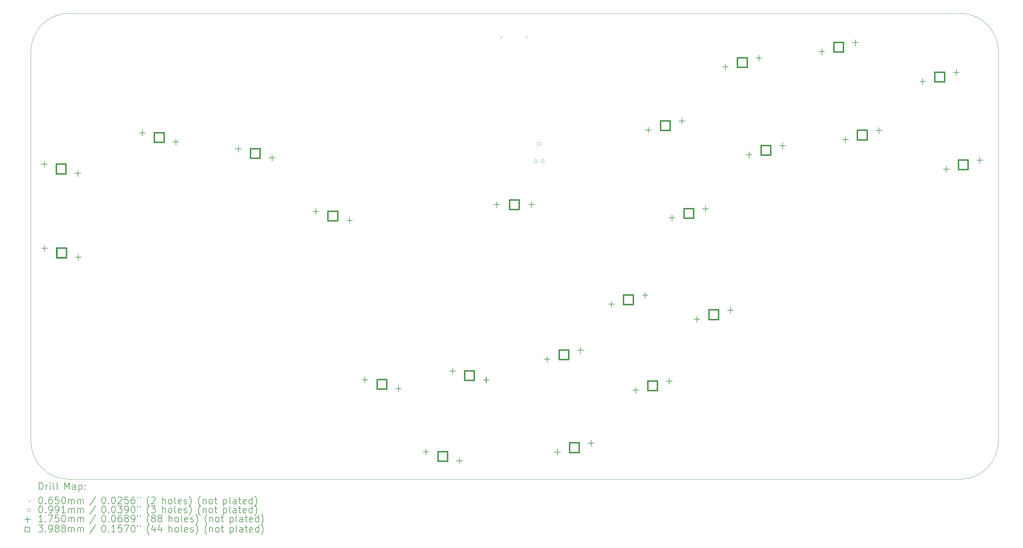
<source format=gbr>
%TF.GenerationSoftware,KiCad,Pcbnew,(7.0.0)*%
%TF.CreationDate,2023-04-19T14:41:37-07:00*%
%TF.ProjectId,OpenRectangle,4f70656e-5265-4637-9461-6e676c652e6b,rev?*%
%TF.SameCoordinates,Original*%
%TF.FileFunction,Drillmap*%
%TF.FilePolarity,Positive*%
%FSLAX45Y45*%
G04 Gerber Fmt 4.5, Leading zero omitted, Abs format (unit mm)*
G04 Created by KiCad (PCBNEW (7.0.0)) date 2023-04-19 14:41:37*
%MOMM*%
%LPD*%
G01*
G04 APERTURE LIST*
%ADD10C,0.100000*%
%ADD11C,0.200000*%
%ADD12C,0.065000*%
%ADD13C,0.099060*%
%ADD14C,0.175000*%
%ADD15C,0.398780*%
G04 APERTURE END LIST*
D10*
X6861000Y-16162000D02*
X32881000Y-16162000D01*
X32881000Y-2540000D02*
X6861000Y-2540000D01*
X6861000Y-2540000D02*
G75*
G03*
X5736000Y-3665000I0J-1125000D01*
G01*
X34006000Y-3665000D02*
G75*
G03*
X32881000Y-2540000I-1125000J0D01*
G01*
X5736000Y-3665000D02*
X5736000Y-15037000D01*
X34006000Y-3665000D02*
X34006000Y-15037000D01*
X5736000Y-15037000D02*
G75*
G03*
X6861000Y-16162000I1125000J0D01*
G01*
X32881000Y-16162000D02*
G75*
G03*
X34006000Y-15037000I0J1125000D01*
G01*
D11*
D12*
X19450350Y-3203500D02*
X19515350Y-3268500D01*
X19515350Y-3203500D02*
X19450350Y-3268500D01*
X20185350Y-3203500D02*
X20250350Y-3268500D01*
X20250350Y-3203500D02*
X20185350Y-3268500D01*
D13*
X20532930Y-6866000D02*
G75*
G03*
X20532930Y-6866000I-49530J0D01*
G01*
X20634530Y-6358000D02*
G75*
G03*
X20634530Y-6358000I-49530J0D01*
G01*
X20736130Y-6866000D02*
G75*
G03*
X20736130Y-6866000I-49530J0D01*
G01*
D14*
X6128907Y-6868232D02*
X6128907Y-7043232D01*
X6041407Y-6955732D02*
X6216407Y-6955732D01*
X6128907Y-6868232D02*
X6128907Y-7043232D01*
X6041407Y-6955732D02*
X6216407Y-6955732D01*
X6139484Y-9323970D02*
X6139484Y-9498970D01*
X6051984Y-9411470D02*
X6226984Y-9411470D01*
X6143242Y-9321235D02*
X6143242Y-9496235D01*
X6055742Y-9408735D02*
X6230742Y-9408735D01*
X7110288Y-7131192D02*
X7110288Y-7306192D01*
X7022788Y-7218692D02*
X7197788Y-7218692D01*
X7110288Y-7131192D02*
X7110288Y-7306192D01*
X7022788Y-7218692D02*
X7197788Y-7218692D01*
X7120865Y-9586930D02*
X7120865Y-9761930D01*
X7033365Y-9674430D02*
X7208365Y-9674430D01*
X7124623Y-9584195D02*
X7124623Y-9759195D01*
X7037123Y-9671695D02*
X7212123Y-9671695D01*
X8992721Y-5947778D02*
X8992721Y-6122778D01*
X8905221Y-6035278D02*
X9080221Y-6035278D01*
X8992721Y-5947778D02*
X8992721Y-6122778D01*
X8905221Y-6035278D02*
X9080221Y-6035278D01*
X9974101Y-6210738D02*
X9974101Y-6385738D01*
X9886601Y-6298238D02*
X10061601Y-6298238D01*
X9974101Y-6210738D02*
X9974101Y-6385738D01*
X9886601Y-6298238D02*
X10061601Y-6298238D01*
X11802254Y-6418374D02*
X11802254Y-6593374D01*
X11714754Y-6505874D02*
X11889754Y-6505874D01*
X11802254Y-6418374D02*
X11802254Y-6593374D01*
X11714754Y-6505874D02*
X11889754Y-6505874D01*
X12783634Y-6681334D02*
X12783634Y-6856334D01*
X12696134Y-6768834D02*
X12871134Y-6768834D01*
X12783634Y-6681334D02*
X12783634Y-6856334D01*
X12696134Y-6768834D02*
X12871134Y-6768834D01*
X14064463Y-8242326D02*
X14064463Y-8417326D01*
X13976963Y-8329826D02*
X14151963Y-8329826D01*
X14064463Y-8242326D02*
X14064463Y-8417326D01*
X13976963Y-8329826D02*
X14151963Y-8329826D01*
X15045844Y-8505286D02*
X15045844Y-8680286D01*
X14958344Y-8592786D02*
X15133344Y-8592786D01*
X15045844Y-8505286D02*
X15045844Y-8680286D01*
X14958344Y-8592786D02*
X15133344Y-8592786D01*
X15497079Y-13161381D02*
X15497079Y-13336381D01*
X15409579Y-13248881D02*
X15584579Y-13248881D01*
X15497079Y-13161381D02*
X15497079Y-13336381D01*
X15409579Y-13248881D02*
X15584579Y-13248881D01*
X16478460Y-13424342D02*
X16478460Y-13599342D01*
X16390960Y-13511842D02*
X16565960Y-13511842D01*
X16478460Y-13424342D02*
X16478460Y-13599342D01*
X16390960Y-13511842D02*
X16565960Y-13511842D01*
X17280440Y-15271758D02*
X17280440Y-15446758D01*
X17192940Y-15359258D02*
X17367940Y-15359258D01*
X17280440Y-15271758D02*
X17280440Y-15446758D01*
X17192940Y-15359258D02*
X17367940Y-15359258D01*
X18056619Y-12907540D02*
X18056619Y-13082540D01*
X17969119Y-12995040D02*
X18144119Y-12995040D01*
X18057175Y-12907450D02*
X18057175Y-13082450D01*
X17969675Y-12994950D02*
X18144675Y-12994950D01*
X18261821Y-15534719D02*
X18261821Y-15709719D01*
X18174321Y-15622219D02*
X18349321Y-15622219D01*
X18261821Y-15534719D02*
X18261821Y-15709719D01*
X18174321Y-15622219D02*
X18349321Y-15622219D01*
X19038000Y-13170500D02*
X19038000Y-13345500D01*
X18950500Y-13258000D02*
X19125500Y-13258000D01*
X19038555Y-13170410D02*
X19038555Y-13345410D01*
X18951055Y-13257910D02*
X19126055Y-13257910D01*
X19349850Y-8045187D02*
X19349850Y-8220187D01*
X19262350Y-8132687D02*
X19437350Y-8132687D01*
X19349850Y-8045187D02*
X19349850Y-8220187D01*
X19262350Y-8132687D02*
X19437350Y-8132687D01*
X20365850Y-8045187D02*
X20365850Y-8220187D01*
X20278350Y-8132687D02*
X20453350Y-8132687D01*
X20365850Y-8045187D02*
X20365850Y-8220187D01*
X20278350Y-8132687D02*
X20453350Y-8132687D01*
X20816928Y-12565324D02*
X20816928Y-12740324D01*
X20729428Y-12652824D02*
X20904428Y-12652824D01*
X20816928Y-12565324D02*
X20816928Y-12740324D01*
X20729428Y-12652824D02*
X20904428Y-12652824D01*
X21124055Y-15277564D02*
X21124055Y-15452564D01*
X21036555Y-15365064D02*
X21211555Y-15365064D01*
X21124055Y-15277564D02*
X21124055Y-15452564D01*
X21036555Y-15365064D02*
X21211555Y-15365064D01*
X21798309Y-12302364D02*
X21798309Y-12477364D01*
X21710809Y-12389864D02*
X21885809Y-12389864D01*
X21798309Y-12302364D02*
X21798309Y-12477364D01*
X21710809Y-12389864D02*
X21885809Y-12389864D01*
X22105436Y-15014603D02*
X22105436Y-15189603D01*
X22017936Y-15102103D02*
X22192936Y-15102103D01*
X22105436Y-15014603D02*
X22105436Y-15189603D01*
X22017936Y-15102103D02*
X22192936Y-15102103D01*
X22700166Y-10954876D02*
X22700166Y-11129876D01*
X22612666Y-11042376D02*
X22787666Y-11042376D01*
X22700166Y-10954876D02*
X22700166Y-11129876D01*
X22612666Y-11042376D02*
X22787666Y-11042376D01*
X23407293Y-13467116D02*
X23407293Y-13642116D01*
X23319793Y-13554616D02*
X23494793Y-13554616D01*
X23407293Y-13467116D02*
X23407293Y-13642116D01*
X23319793Y-13554616D02*
X23494793Y-13554616D01*
X23681547Y-10691916D02*
X23681547Y-10866916D01*
X23594047Y-10779416D02*
X23769047Y-10779416D01*
X23681547Y-10691916D02*
X23681547Y-10866916D01*
X23594047Y-10779416D02*
X23769047Y-10779416D01*
X23778033Y-5866493D02*
X23778033Y-6041493D01*
X23690533Y-5953993D02*
X23865533Y-5953993D01*
X23778033Y-5866493D02*
X23778033Y-6041493D01*
X23690533Y-5953993D02*
X23865533Y-5953993D01*
X24388674Y-13204156D02*
X24388674Y-13379156D01*
X24301174Y-13291656D02*
X24476174Y-13291656D01*
X24388674Y-13204156D02*
X24388674Y-13379156D01*
X24301174Y-13291656D02*
X24476174Y-13291656D01*
X24467606Y-8433317D02*
X24467606Y-8608317D01*
X24380106Y-8520817D02*
X24555106Y-8520817D01*
X24467606Y-8433317D02*
X24467606Y-8608317D01*
X24380106Y-8520817D02*
X24555106Y-8520817D01*
X24759413Y-5603533D02*
X24759413Y-5778533D01*
X24671913Y-5691033D02*
X24846913Y-5691033D01*
X24759413Y-5603533D02*
X24759413Y-5778533D01*
X24671913Y-5691033D02*
X24846913Y-5691033D01*
X25196822Y-11391735D02*
X25196822Y-11566735D01*
X25109322Y-11479235D02*
X25284322Y-11479235D01*
X25196822Y-11391735D02*
X25196822Y-11566735D01*
X25109322Y-11479235D02*
X25284322Y-11479235D01*
X25448987Y-8170357D02*
X25448987Y-8345357D01*
X25361487Y-8257857D02*
X25536487Y-8257857D01*
X25448987Y-8170357D02*
X25448987Y-8345357D01*
X25361487Y-8257857D02*
X25536487Y-8257857D01*
X26028996Y-4021432D02*
X26028996Y-4196432D01*
X25941496Y-4108932D02*
X26116496Y-4108932D01*
X26028996Y-4021432D02*
X26028996Y-4196432D01*
X25941496Y-4108932D02*
X26116496Y-4108932D01*
X26178203Y-11128775D02*
X26178203Y-11303775D01*
X26090703Y-11216275D02*
X26265703Y-11216275D01*
X26178203Y-11128775D02*
X26178203Y-11303775D01*
X26090703Y-11216275D02*
X26265703Y-11216275D01*
X26718595Y-6588353D02*
X26718595Y-6763353D01*
X26631095Y-6675853D02*
X26806095Y-6675853D01*
X26718595Y-6588353D02*
X26718595Y-6763353D01*
X26631095Y-6675853D02*
X26806095Y-6675853D01*
X27010376Y-3758472D02*
X27010376Y-3933472D01*
X26922876Y-3845972D02*
X27097876Y-3845972D01*
X27010376Y-3758472D02*
X27010376Y-3933472D01*
X26922876Y-3845972D02*
X27097876Y-3845972D01*
X27699976Y-6325393D02*
X27699976Y-6500393D01*
X27612476Y-6412893D02*
X27787476Y-6412893D01*
X27699976Y-6325393D02*
X27699976Y-6500393D01*
X27612476Y-6412893D02*
X27787476Y-6412893D01*
X28844877Y-3574913D02*
X28844877Y-3749913D01*
X28757377Y-3662413D02*
X28932377Y-3662413D01*
X28844877Y-3574913D02*
X28844877Y-3749913D01*
X28757377Y-3662413D02*
X28932377Y-3662413D01*
X29534476Y-6141835D02*
X29534476Y-6316835D01*
X29446976Y-6229335D02*
X29621976Y-6229335D01*
X29534476Y-6141835D02*
X29534476Y-6316835D01*
X29446976Y-6229335D02*
X29621976Y-6229335D01*
X29826258Y-3311953D02*
X29826258Y-3486953D01*
X29738758Y-3399453D02*
X29913758Y-3399453D01*
X29826258Y-3311953D02*
X29826258Y-3486953D01*
X29738758Y-3399453D02*
X29913758Y-3399453D01*
X30515857Y-5878874D02*
X30515857Y-6053874D01*
X30428357Y-5966374D02*
X30603357Y-5966374D01*
X30515857Y-5878874D02*
X30515857Y-6053874D01*
X30428357Y-5966374D02*
X30603357Y-5966374D01*
X31792866Y-4445171D02*
X31792866Y-4620171D01*
X31705366Y-4532671D02*
X31880366Y-4532671D01*
X31792866Y-4445171D02*
X31792866Y-4620171D01*
X31705366Y-4532671D02*
X31880366Y-4532671D01*
X32482466Y-7012092D02*
X32482466Y-7187092D01*
X32394966Y-7099592D02*
X32569966Y-7099592D01*
X32482466Y-7012092D02*
X32482466Y-7187092D01*
X32394966Y-7099592D02*
X32569966Y-7099592D01*
X32774247Y-4182211D02*
X32774247Y-4357211D01*
X32686747Y-4269711D02*
X32861747Y-4269711D01*
X32774247Y-4182211D02*
X32774247Y-4357211D01*
X32686747Y-4269711D02*
X32861747Y-4269711D01*
X33463846Y-6749132D02*
X33463846Y-6924132D01*
X33376346Y-6836632D02*
X33551346Y-6836632D01*
X33463846Y-6749132D02*
X33463846Y-6924132D01*
X33376346Y-6836632D02*
X33551346Y-6836632D01*
D15*
X6760589Y-7228204D02*
X6760589Y-6946221D01*
X6478606Y-6946221D01*
X6478606Y-7228204D01*
X6760589Y-7228204D01*
X6760589Y-7228204D02*
X6760589Y-6946221D01*
X6478606Y-6946221D01*
X6478606Y-7228204D01*
X6760589Y-7228204D01*
X6771166Y-9683942D02*
X6771166Y-9401959D01*
X6489183Y-9401959D01*
X6489183Y-9683942D01*
X6771166Y-9683942D01*
X6774924Y-9681207D02*
X6774924Y-9399224D01*
X6492941Y-9399224D01*
X6492941Y-9681207D01*
X6774924Y-9681207D01*
X9624402Y-6307749D02*
X9624402Y-6025766D01*
X9342420Y-6025766D01*
X9342420Y-6307749D01*
X9624402Y-6307749D01*
X9624402Y-6307749D02*
X9624402Y-6025766D01*
X9342420Y-6025766D01*
X9342420Y-6307749D01*
X9624402Y-6307749D01*
X12433936Y-6778345D02*
X12433936Y-6496362D01*
X12151953Y-6496362D01*
X12151953Y-6778345D01*
X12433936Y-6778345D01*
X12433936Y-6778345D02*
X12433936Y-6496362D01*
X12151953Y-6496362D01*
X12151953Y-6778345D01*
X12433936Y-6778345D01*
X14696145Y-8602298D02*
X14696145Y-8320315D01*
X14414162Y-8320315D01*
X14414162Y-8602298D01*
X14696145Y-8602298D01*
X14696145Y-8602298D02*
X14696145Y-8320315D01*
X14414162Y-8320315D01*
X14414162Y-8602298D01*
X14696145Y-8602298D01*
X16128761Y-13521353D02*
X16128761Y-13239370D01*
X15846778Y-13239370D01*
X15846778Y-13521353D01*
X16128761Y-13521353D01*
X16128761Y-13521353D02*
X16128761Y-13239370D01*
X15846778Y-13239370D01*
X15846778Y-13521353D01*
X16128761Y-13521353D01*
X17912122Y-15631730D02*
X17912122Y-15349747D01*
X17630139Y-15349747D01*
X17630139Y-15631730D01*
X17912122Y-15631730D01*
X17912122Y-15631730D02*
X17912122Y-15349747D01*
X17630139Y-15349747D01*
X17630139Y-15631730D01*
X17912122Y-15631730D01*
X18688301Y-13267511D02*
X18688301Y-12985528D01*
X18406318Y-12985528D01*
X18406318Y-13267511D01*
X18688301Y-13267511D01*
X18688857Y-13267422D02*
X18688857Y-12985439D01*
X18406874Y-12985439D01*
X18406874Y-13267422D01*
X18688857Y-13267422D01*
X19998841Y-8273678D02*
X19998841Y-7991695D01*
X19716859Y-7991695D01*
X19716859Y-8273678D01*
X19998841Y-8273678D01*
X19998841Y-8273678D02*
X19998841Y-7991695D01*
X19716859Y-7991695D01*
X19716859Y-8273678D01*
X19998841Y-8273678D01*
X21448610Y-12662335D02*
X21448610Y-12380352D01*
X21166627Y-12380352D01*
X21166627Y-12662335D01*
X21448610Y-12662335D01*
X21448610Y-12662335D02*
X21448610Y-12380352D01*
X21166627Y-12380352D01*
X21166627Y-12662335D01*
X21448610Y-12662335D01*
X21755737Y-15374575D02*
X21755737Y-15092592D01*
X21473754Y-15092592D01*
X21473754Y-15374575D01*
X21755737Y-15374575D01*
X21755737Y-15374575D02*
X21755737Y-15092592D01*
X21473754Y-15092592D01*
X21473754Y-15374575D01*
X21755737Y-15374575D01*
X23331848Y-11051887D02*
X23331848Y-10769905D01*
X23049865Y-10769905D01*
X23049865Y-11051887D01*
X23331848Y-11051887D01*
X23331848Y-11051887D02*
X23331848Y-10769905D01*
X23049865Y-10769905D01*
X23049865Y-11051887D01*
X23331848Y-11051887D01*
X24038975Y-13564127D02*
X24038975Y-13282144D01*
X23756992Y-13282144D01*
X23756992Y-13564127D01*
X24038975Y-13564127D01*
X24038975Y-13564127D02*
X24038975Y-13282144D01*
X23756992Y-13282144D01*
X23756992Y-13564127D01*
X24038975Y-13564127D01*
X24409715Y-5963504D02*
X24409715Y-5681521D01*
X24127732Y-5681521D01*
X24127732Y-5963504D01*
X24409715Y-5963504D01*
X24409715Y-5963504D02*
X24409715Y-5681521D01*
X24127732Y-5681521D01*
X24127732Y-5963504D01*
X24409715Y-5963504D01*
X25099288Y-8530329D02*
X25099288Y-8248346D01*
X24817305Y-8248346D01*
X24817305Y-8530329D01*
X25099288Y-8530329D01*
X25099288Y-8530329D02*
X25099288Y-8248346D01*
X24817305Y-8248346D01*
X24817305Y-8530329D01*
X25099288Y-8530329D01*
X25828504Y-11488746D02*
X25828504Y-11206763D01*
X25546521Y-11206763D01*
X25546521Y-11488746D01*
X25828504Y-11488746D01*
X25828504Y-11488746D02*
X25828504Y-11206763D01*
X25546521Y-11206763D01*
X25546521Y-11488746D01*
X25828504Y-11488746D01*
X26660677Y-4118443D02*
X26660677Y-3836460D01*
X26378694Y-3836460D01*
X26378694Y-4118443D01*
X26660677Y-4118443D01*
X26660677Y-4118443D02*
X26660677Y-3836460D01*
X26378694Y-3836460D01*
X26378694Y-4118443D01*
X26660677Y-4118443D01*
X27350277Y-6685364D02*
X27350277Y-6403381D01*
X27068294Y-6403381D01*
X27068294Y-6685364D01*
X27350277Y-6685364D01*
X27350277Y-6685364D02*
X27350277Y-6403381D01*
X27068294Y-6403381D01*
X27068294Y-6685364D01*
X27350277Y-6685364D01*
X29476559Y-3671925D02*
X29476559Y-3389942D01*
X29194576Y-3389942D01*
X29194576Y-3671925D01*
X29476559Y-3671925D01*
X29476559Y-3671925D02*
X29476559Y-3389942D01*
X29194576Y-3389942D01*
X29194576Y-3671925D01*
X29476559Y-3671925D01*
X30166158Y-6238846D02*
X30166158Y-5956863D01*
X29884175Y-5956863D01*
X29884175Y-6238846D01*
X30166158Y-6238846D01*
X30166158Y-6238846D02*
X30166158Y-5956863D01*
X29884175Y-5956863D01*
X29884175Y-6238846D01*
X30166158Y-6238846D01*
X32424548Y-4542182D02*
X32424548Y-4260199D01*
X32142565Y-4260199D01*
X32142565Y-4542182D01*
X32424548Y-4542182D01*
X32424548Y-4542182D02*
X32424548Y-4260199D01*
X32142565Y-4260199D01*
X32142565Y-4542182D01*
X32424548Y-4542182D01*
X33114148Y-7109103D02*
X33114148Y-6827120D01*
X32832165Y-6827120D01*
X32832165Y-7109103D01*
X33114148Y-7109103D01*
X33114148Y-7109103D02*
X33114148Y-6827120D01*
X32832165Y-6827120D01*
X32832165Y-7109103D01*
X33114148Y-7109103D01*
D11*
X5978619Y-16460476D02*
X5978619Y-16260476D01*
X5978619Y-16260476D02*
X6026238Y-16260476D01*
X6026238Y-16260476D02*
X6054809Y-16270000D01*
X6054809Y-16270000D02*
X6073857Y-16289048D01*
X6073857Y-16289048D02*
X6083381Y-16308095D01*
X6083381Y-16308095D02*
X6092905Y-16346190D01*
X6092905Y-16346190D02*
X6092905Y-16374762D01*
X6092905Y-16374762D02*
X6083381Y-16412857D01*
X6083381Y-16412857D02*
X6073857Y-16431905D01*
X6073857Y-16431905D02*
X6054809Y-16450952D01*
X6054809Y-16450952D02*
X6026238Y-16460476D01*
X6026238Y-16460476D02*
X5978619Y-16460476D01*
X6178619Y-16460476D02*
X6178619Y-16327143D01*
X6178619Y-16365238D02*
X6188143Y-16346190D01*
X6188143Y-16346190D02*
X6197667Y-16336667D01*
X6197667Y-16336667D02*
X6216714Y-16327143D01*
X6216714Y-16327143D02*
X6235762Y-16327143D01*
X6302428Y-16460476D02*
X6302428Y-16327143D01*
X6302428Y-16260476D02*
X6292905Y-16270000D01*
X6292905Y-16270000D02*
X6302428Y-16279524D01*
X6302428Y-16279524D02*
X6311952Y-16270000D01*
X6311952Y-16270000D02*
X6302428Y-16260476D01*
X6302428Y-16260476D02*
X6302428Y-16279524D01*
X6426238Y-16460476D02*
X6407190Y-16450952D01*
X6407190Y-16450952D02*
X6397667Y-16431905D01*
X6397667Y-16431905D02*
X6397667Y-16260476D01*
X6531000Y-16460476D02*
X6511952Y-16450952D01*
X6511952Y-16450952D02*
X6502428Y-16431905D01*
X6502428Y-16431905D02*
X6502428Y-16260476D01*
X6727190Y-16460476D02*
X6727190Y-16260476D01*
X6727190Y-16260476D02*
X6793857Y-16403333D01*
X6793857Y-16403333D02*
X6860524Y-16260476D01*
X6860524Y-16260476D02*
X6860524Y-16460476D01*
X7041476Y-16460476D02*
X7041476Y-16355714D01*
X7041476Y-16355714D02*
X7031952Y-16336667D01*
X7031952Y-16336667D02*
X7012905Y-16327143D01*
X7012905Y-16327143D02*
X6974809Y-16327143D01*
X6974809Y-16327143D02*
X6955762Y-16336667D01*
X7041476Y-16450952D02*
X7022428Y-16460476D01*
X7022428Y-16460476D02*
X6974809Y-16460476D01*
X6974809Y-16460476D02*
X6955762Y-16450952D01*
X6955762Y-16450952D02*
X6946238Y-16431905D01*
X6946238Y-16431905D02*
X6946238Y-16412857D01*
X6946238Y-16412857D02*
X6955762Y-16393809D01*
X6955762Y-16393809D02*
X6974809Y-16384286D01*
X6974809Y-16384286D02*
X7022428Y-16384286D01*
X7022428Y-16384286D02*
X7041476Y-16374762D01*
X7136714Y-16327143D02*
X7136714Y-16527143D01*
X7136714Y-16336667D02*
X7155762Y-16327143D01*
X7155762Y-16327143D02*
X7193857Y-16327143D01*
X7193857Y-16327143D02*
X7212905Y-16336667D01*
X7212905Y-16336667D02*
X7222428Y-16346190D01*
X7222428Y-16346190D02*
X7231952Y-16365238D01*
X7231952Y-16365238D02*
X7231952Y-16422381D01*
X7231952Y-16422381D02*
X7222428Y-16441428D01*
X7222428Y-16441428D02*
X7212905Y-16450952D01*
X7212905Y-16450952D02*
X7193857Y-16460476D01*
X7193857Y-16460476D02*
X7155762Y-16460476D01*
X7155762Y-16460476D02*
X7136714Y-16450952D01*
X7317667Y-16441428D02*
X7327190Y-16450952D01*
X7327190Y-16450952D02*
X7317667Y-16460476D01*
X7317667Y-16460476D02*
X7308143Y-16450952D01*
X7308143Y-16450952D02*
X7317667Y-16441428D01*
X7317667Y-16441428D02*
X7317667Y-16460476D01*
X7317667Y-16336667D02*
X7327190Y-16346190D01*
X7327190Y-16346190D02*
X7317667Y-16355714D01*
X7317667Y-16355714D02*
X7308143Y-16346190D01*
X7308143Y-16346190D02*
X7317667Y-16336667D01*
X7317667Y-16336667D02*
X7317667Y-16355714D01*
D12*
X5666000Y-16774500D02*
X5731000Y-16839500D01*
X5731000Y-16774500D02*
X5666000Y-16839500D01*
D11*
X6016714Y-16680476D02*
X6035762Y-16680476D01*
X6035762Y-16680476D02*
X6054809Y-16690000D01*
X6054809Y-16690000D02*
X6064333Y-16699524D01*
X6064333Y-16699524D02*
X6073857Y-16718571D01*
X6073857Y-16718571D02*
X6083381Y-16756667D01*
X6083381Y-16756667D02*
X6083381Y-16804286D01*
X6083381Y-16804286D02*
X6073857Y-16842381D01*
X6073857Y-16842381D02*
X6064333Y-16861429D01*
X6064333Y-16861429D02*
X6054809Y-16870952D01*
X6054809Y-16870952D02*
X6035762Y-16880476D01*
X6035762Y-16880476D02*
X6016714Y-16880476D01*
X6016714Y-16880476D02*
X5997667Y-16870952D01*
X5997667Y-16870952D02*
X5988143Y-16861429D01*
X5988143Y-16861429D02*
X5978619Y-16842381D01*
X5978619Y-16842381D02*
X5969095Y-16804286D01*
X5969095Y-16804286D02*
X5969095Y-16756667D01*
X5969095Y-16756667D02*
X5978619Y-16718571D01*
X5978619Y-16718571D02*
X5988143Y-16699524D01*
X5988143Y-16699524D02*
X5997667Y-16690000D01*
X5997667Y-16690000D02*
X6016714Y-16680476D01*
X6169095Y-16861429D02*
X6178619Y-16870952D01*
X6178619Y-16870952D02*
X6169095Y-16880476D01*
X6169095Y-16880476D02*
X6159571Y-16870952D01*
X6159571Y-16870952D02*
X6169095Y-16861429D01*
X6169095Y-16861429D02*
X6169095Y-16880476D01*
X6350048Y-16680476D02*
X6311952Y-16680476D01*
X6311952Y-16680476D02*
X6292905Y-16690000D01*
X6292905Y-16690000D02*
X6283381Y-16699524D01*
X6283381Y-16699524D02*
X6264333Y-16728095D01*
X6264333Y-16728095D02*
X6254809Y-16766190D01*
X6254809Y-16766190D02*
X6254809Y-16842381D01*
X6254809Y-16842381D02*
X6264333Y-16861429D01*
X6264333Y-16861429D02*
X6273857Y-16870952D01*
X6273857Y-16870952D02*
X6292905Y-16880476D01*
X6292905Y-16880476D02*
X6331000Y-16880476D01*
X6331000Y-16880476D02*
X6350048Y-16870952D01*
X6350048Y-16870952D02*
X6359571Y-16861429D01*
X6359571Y-16861429D02*
X6369095Y-16842381D01*
X6369095Y-16842381D02*
X6369095Y-16794762D01*
X6369095Y-16794762D02*
X6359571Y-16775714D01*
X6359571Y-16775714D02*
X6350048Y-16766190D01*
X6350048Y-16766190D02*
X6331000Y-16756667D01*
X6331000Y-16756667D02*
X6292905Y-16756667D01*
X6292905Y-16756667D02*
X6273857Y-16766190D01*
X6273857Y-16766190D02*
X6264333Y-16775714D01*
X6264333Y-16775714D02*
X6254809Y-16794762D01*
X6550048Y-16680476D02*
X6454809Y-16680476D01*
X6454809Y-16680476D02*
X6445286Y-16775714D01*
X6445286Y-16775714D02*
X6454809Y-16766190D01*
X6454809Y-16766190D02*
X6473857Y-16756667D01*
X6473857Y-16756667D02*
X6521476Y-16756667D01*
X6521476Y-16756667D02*
X6540524Y-16766190D01*
X6540524Y-16766190D02*
X6550048Y-16775714D01*
X6550048Y-16775714D02*
X6559571Y-16794762D01*
X6559571Y-16794762D02*
X6559571Y-16842381D01*
X6559571Y-16842381D02*
X6550048Y-16861429D01*
X6550048Y-16861429D02*
X6540524Y-16870952D01*
X6540524Y-16870952D02*
X6521476Y-16880476D01*
X6521476Y-16880476D02*
X6473857Y-16880476D01*
X6473857Y-16880476D02*
X6454809Y-16870952D01*
X6454809Y-16870952D02*
X6445286Y-16861429D01*
X6683381Y-16680476D02*
X6702429Y-16680476D01*
X6702429Y-16680476D02*
X6721476Y-16690000D01*
X6721476Y-16690000D02*
X6731000Y-16699524D01*
X6731000Y-16699524D02*
X6740524Y-16718571D01*
X6740524Y-16718571D02*
X6750048Y-16756667D01*
X6750048Y-16756667D02*
X6750048Y-16804286D01*
X6750048Y-16804286D02*
X6740524Y-16842381D01*
X6740524Y-16842381D02*
X6731000Y-16861429D01*
X6731000Y-16861429D02*
X6721476Y-16870952D01*
X6721476Y-16870952D02*
X6702429Y-16880476D01*
X6702429Y-16880476D02*
X6683381Y-16880476D01*
X6683381Y-16880476D02*
X6664333Y-16870952D01*
X6664333Y-16870952D02*
X6654809Y-16861429D01*
X6654809Y-16861429D02*
X6645286Y-16842381D01*
X6645286Y-16842381D02*
X6635762Y-16804286D01*
X6635762Y-16804286D02*
X6635762Y-16756667D01*
X6635762Y-16756667D02*
X6645286Y-16718571D01*
X6645286Y-16718571D02*
X6654809Y-16699524D01*
X6654809Y-16699524D02*
X6664333Y-16690000D01*
X6664333Y-16690000D02*
X6683381Y-16680476D01*
X6835762Y-16880476D02*
X6835762Y-16747143D01*
X6835762Y-16766190D02*
X6845286Y-16756667D01*
X6845286Y-16756667D02*
X6864333Y-16747143D01*
X6864333Y-16747143D02*
X6892905Y-16747143D01*
X6892905Y-16747143D02*
X6911952Y-16756667D01*
X6911952Y-16756667D02*
X6921476Y-16775714D01*
X6921476Y-16775714D02*
X6921476Y-16880476D01*
X6921476Y-16775714D02*
X6931000Y-16756667D01*
X6931000Y-16756667D02*
X6950048Y-16747143D01*
X6950048Y-16747143D02*
X6978619Y-16747143D01*
X6978619Y-16747143D02*
X6997667Y-16756667D01*
X6997667Y-16756667D02*
X7007190Y-16775714D01*
X7007190Y-16775714D02*
X7007190Y-16880476D01*
X7102429Y-16880476D02*
X7102429Y-16747143D01*
X7102429Y-16766190D02*
X7111952Y-16756667D01*
X7111952Y-16756667D02*
X7131000Y-16747143D01*
X7131000Y-16747143D02*
X7159571Y-16747143D01*
X7159571Y-16747143D02*
X7178619Y-16756667D01*
X7178619Y-16756667D02*
X7188143Y-16775714D01*
X7188143Y-16775714D02*
X7188143Y-16880476D01*
X7188143Y-16775714D02*
X7197667Y-16756667D01*
X7197667Y-16756667D02*
X7216714Y-16747143D01*
X7216714Y-16747143D02*
X7245286Y-16747143D01*
X7245286Y-16747143D02*
X7264333Y-16756667D01*
X7264333Y-16756667D02*
X7273857Y-16775714D01*
X7273857Y-16775714D02*
X7273857Y-16880476D01*
X7631952Y-16670952D02*
X7460524Y-16928095D01*
X7856714Y-16680476D02*
X7875762Y-16680476D01*
X7875762Y-16680476D02*
X7894810Y-16690000D01*
X7894810Y-16690000D02*
X7904333Y-16699524D01*
X7904333Y-16699524D02*
X7913857Y-16718571D01*
X7913857Y-16718571D02*
X7923381Y-16756667D01*
X7923381Y-16756667D02*
X7923381Y-16804286D01*
X7923381Y-16804286D02*
X7913857Y-16842381D01*
X7913857Y-16842381D02*
X7904333Y-16861429D01*
X7904333Y-16861429D02*
X7894810Y-16870952D01*
X7894810Y-16870952D02*
X7875762Y-16880476D01*
X7875762Y-16880476D02*
X7856714Y-16880476D01*
X7856714Y-16880476D02*
X7837667Y-16870952D01*
X7837667Y-16870952D02*
X7828143Y-16861429D01*
X7828143Y-16861429D02*
X7818619Y-16842381D01*
X7818619Y-16842381D02*
X7809095Y-16804286D01*
X7809095Y-16804286D02*
X7809095Y-16756667D01*
X7809095Y-16756667D02*
X7818619Y-16718571D01*
X7818619Y-16718571D02*
X7828143Y-16699524D01*
X7828143Y-16699524D02*
X7837667Y-16690000D01*
X7837667Y-16690000D02*
X7856714Y-16680476D01*
X8009095Y-16861429D02*
X8018619Y-16870952D01*
X8018619Y-16870952D02*
X8009095Y-16880476D01*
X8009095Y-16880476D02*
X7999571Y-16870952D01*
X7999571Y-16870952D02*
X8009095Y-16861429D01*
X8009095Y-16861429D02*
X8009095Y-16880476D01*
X8142429Y-16680476D02*
X8161476Y-16680476D01*
X8161476Y-16680476D02*
X8180524Y-16690000D01*
X8180524Y-16690000D02*
X8190048Y-16699524D01*
X8190048Y-16699524D02*
X8199571Y-16718571D01*
X8199571Y-16718571D02*
X8209095Y-16756667D01*
X8209095Y-16756667D02*
X8209095Y-16804286D01*
X8209095Y-16804286D02*
X8199571Y-16842381D01*
X8199571Y-16842381D02*
X8190048Y-16861429D01*
X8190048Y-16861429D02*
X8180524Y-16870952D01*
X8180524Y-16870952D02*
X8161476Y-16880476D01*
X8161476Y-16880476D02*
X8142429Y-16880476D01*
X8142429Y-16880476D02*
X8123381Y-16870952D01*
X8123381Y-16870952D02*
X8113857Y-16861429D01*
X8113857Y-16861429D02*
X8104333Y-16842381D01*
X8104333Y-16842381D02*
X8094810Y-16804286D01*
X8094810Y-16804286D02*
X8094810Y-16756667D01*
X8094810Y-16756667D02*
X8104333Y-16718571D01*
X8104333Y-16718571D02*
X8113857Y-16699524D01*
X8113857Y-16699524D02*
X8123381Y-16690000D01*
X8123381Y-16690000D02*
X8142429Y-16680476D01*
X8285286Y-16699524D02*
X8294810Y-16690000D01*
X8294810Y-16690000D02*
X8313857Y-16680476D01*
X8313857Y-16680476D02*
X8361476Y-16680476D01*
X8361476Y-16680476D02*
X8380524Y-16690000D01*
X8380524Y-16690000D02*
X8390048Y-16699524D01*
X8390048Y-16699524D02*
X8399572Y-16718571D01*
X8399572Y-16718571D02*
X8399572Y-16737619D01*
X8399572Y-16737619D02*
X8390048Y-16766190D01*
X8390048Y-16766190D02*
X8275762Y-16880476D01*
X8275762Y-16880476D02*
X8399572Y-16880476D01*
X8580524Y-16680476D02*
X8485286Y-16680476D01*
X8485286Y-16680476D02*
X8475762Y-16775714D01*
X8475762Y-16775714D02*
X8485286Y-16766190D01*
X8485286Y-16766190D02*
X8504333Y-16756667D01*
X8504333Y-16756667D02*
X8551953Y-16756667D01*
X8551953Y-16756667D02*
X8571000Y-16766190D01*
X8571000Y-16766190D02*
X8580524Y-16775714D01*
X8580524Y-16775714D02*
X8590048Y-16794762D01*
X8590048Y-16794762D02*
X8590048Y-16842381D01*
X8590048Y-16842381D02*
X8580524Y-16861429D01*
X8580524Y-16861429D02*
X8571000Y-16870952D01*
X8571000Y-16870952D02*
X8551953Y-16880476D01*
X8551953Y-16880476D02*
X8504333Y-16880476D01*
X8504333Y-16880476D02*
X8485286Y-16870952D01*
X8485286Y-16870952D02*
X8475762Y-16861429D01*
X8761476Y-16680476D02*
X8723381Y-16680476D01*
X8723381Y-16680476D02*
X8704333Y-16690000D01*
X8704333Y-16690000D02*
X8694810Y-16699524D01*
X8694810Y-16699524D02*
X8675762Y-16728095D01*
X8675762Y-16728095D02*
X8666238Y-16766190D01*
X8666238Y-16766190D02*
X8666238Y-16842381D01*
X8666238Y-16842381D02*
X8675762Y-16861429D01*
X8675762Y-16861429D02*
X8685286Y-16870952D01*
X8685286Y-16870952D02*
X8704333Y-16880476D01*
X8704333Y-16880476D02*
X8742429Y-16880476D01*
X8742429Y-16880476D02*
X8761476Y-16870952D01*
X8761476Y-16870952D02*
X8771000Y-16861429D01*
X8771000Y-16861429D02*
X8780524Y-16842381D01*
X8780524Y-16842381D02*
X8780524Y-16794762D01*
X8780524Y-16794762D02*
X8771000Y-16775714D01*
X8771000Y-16775714D02*
X8761476Y-16766190D01*
X8761476Y-16766190D02*
X8742429Y-16756667D01*
X8742429Y-16756667D02*
X8704333Y-16756667D01*
X8704333Y-16756667D02*
X8685286Y-16766190D01*
X8685286Y-16766190D02*
X8675762Y-16775714D01*
X8675762Y-16775714D02*
X8666238Y-16794762D01*
X8856714Y-16680476D02*
X8856714Y-16718571D01*
X8932905Y-16680476D02*
X8932905Y-16718571D01*
X9195762Y-16956667D02*
X9186238Y-16947143D01*
X9186238Y-16947143D02*
X9167191Y-16918571D01*
X9167191Y-16918571D02*
X9157667Y-16899524D01*
X9157667Y-16899524D02*
X9148143Y-16870952D01*
X9148143Y-16870952D02*
X9138619Y-16823333D01*
X9138619Y-16823333D02*
X9138619Y-16785238D01*
X9138619Y-16785238D02*
X9148143Y-16737619D01*
X9148143Y-16737619D02*
X9157667Y-16709048D01*
X9157667Y-16709048D02*
X9167191Y-16690000D01*
X9167191Y-16690000D02*
X9186238Y-16661428D01*
X9186238Y-16661428D02*
X9195762Y-16651905D01*
X9262429Y-16699524D02*
X9271953Y-16690000D01*
X9271953Y-16690000D02*
X9291000Y-16680476D01*
X9291000Y-16680476D02*
X9338619Y-16680476D01*
X9338619Y-16680476D02*
X9357667Y-16690000D01*
X9357667Y-16690000D02*
X9367191Y-16699524D01*
X9367191Y-16699524D02*
X9376714Y-16718571D01*
X9376714Y-16718571D02*
X9376714Y-16737619D01*
X9376714Y-16737619D02*
X9367191Y-16766190D01*
X9367191Y-16766190D02*
X9252905Y-16880476D01*
X9252905Y-16880476D02*
X9376714Y-16880476D01*
X9582429Y-16880476D02*
X9582429Y-16680476D01*
X9668143Y-16880476D02*
X9668143Y-16775714D01*
X9668143Y-16775714D02*
X9658619Y-16756667D01*
X9658619Y-16756667D02*
X9639572Y-16747143D01*
X9639572Y-16747143D02*
X9611000Y-16747143D01*
X9611000Y-16747143D02*
X9591953Y-16756667D01*
X9591953Y-16756667D02*
X9582429Y-16766190D01*
X9791953Y-16880476D02*
X9772905Y-16870952D01*
X9772905Y-16870952D02*
X9763381Y-16861429D01*
X9763381Y-16861429D02*
X9753857Y-16842381D01*
X9753857Y-16842381D02*
X9753857Y-16785238D01*
X9753857Y-16785238D02*
X9763381Y-16766190D01*
X9763381Y-16766190D02*
X9772905Y-16756667D01*
X9772905Y-16756667D02*
X9791953Y-16747143D01*
X9791953Y-16747143D02*
X9820524Y-16747143D01*
X9820524Y-16747143D02*
X9839572Y-16756667D01*
X9839572Y-16756667D02*
X9849095Y-16766190D01*
X9849095Y-16766190D02*
X9858619Y-16785238D01*
X9858619Y-16785238D02*
X9858619Y-16842381D01*
X9858619Y-16842381D02*
X9849095Y-16861429D01*
X9849095Y-16861429D02*
X9839572Y-16870952D01*
X9839572Y-16870952D02*
X9820524Y-16880476D01*
X9820524Y-16880476D02*
X9791953Y-16880476D01*
X9972905Y-16880476D02*
X9953857Y-16870952D01*
X9953857Y-16870952D02*
X9944334Y-16851905D01*
X9944334Y-16851905D02*
X9944334Y-16680476D01*
X10125286Y-16870952D02*
X10106238Y-16880476D01*
X10106238Y-16880476D02*
X10068143Y-16880476D01*
X10068143Y-16880476D02*
X10049095Y-16870952D01*
X10049095Y-16870952D02*
X10039572Y-16851905D01*
X10039572Y-16851905D02*
X10039572Y-16775714D01*
X10039572Y-16775714D02*
X10049095Y-16756667D01*
X10049095Y-16756667D02*
X10068143Y-16747143D01*
X10068143Y-16747143D02*
X10106238Y-16747143D01*
X10106238Y-16747143D02*
X10125286Y-16756667D01*
X10125286Y-16756667D02*
X10134810Y-16775714D01*
X10134810Y-16775714D02*
X10134810Y-16794762D01*
X10134810Y-16794762D02*
X10039572Y-16813810D01*
X10211000Y-16870952D02*
X10230048Y-16880476D01*
X10230048Y-16880476D02*
X10268143Y-16880476D01*
X10268143Y-16880476D02*
X10287191Y-16870952D01*
X10287191Y-16870952D02*
X10296715Y-16851905D01*
X10296715Y-16851905D02*
X10296715Y-16842381D01*
X10296715Y-16842381D02*
X10287191Y-16823333D01*
X10287191Y-16823333D02*
X10268143Y-16813810D01*
X10268143Y-16813810D02*
X10239572Y-16813810D01*
X10239572Y-16813810D02*
X10220524Y-16804286D01*
X10220524Y-16804286D02*
X10211000Y-16785238D01*
X10211000Y-16785238D02*
X10211000Y-16775714D01*
X10211000Y-16775714D02*
X10220524Y-16756667D01*
X10220524Y-16756667D02*
X10239572Y-16747143D01*
X10239572Y-16747143D02*
X10268143Y-16747143D01*
X10268143Y-16747143D02*
X10287191Y-16756667D01*
X10363381Y-16956667D02*
X10372905Y-16947143D01*
X10372905Y-16947143D02*
X10391953Y-16918571D01*
X10391953Y-16918571D02*
X10401476Y-16899524D01*
X10401476Y-16899524D02*
X10411000Y-16870952D01*
X10411000Y-16870952D02*
X10420524Y-16823333D01*
X10420524Y-16823333D02*
X10420524Y-16785238D01*
X10420524Y-16785238D02*
X10411000Y-16737619D01*
X10411000Y-16737619D02*
X10401476Y-16709048D01*
X10401476Y-16709048D02*
X10391953Y-16690000D01*
X10391953Y-16690000D02*
X10372905Y-16661428D01*
X10372905Y-16661428D02*
X10363381Y-16651905D01*
X10692905Y-16956667D02*
X10683381Y-16947143D01*
X10683381Y-16947143D02*
X10664334Y-16918571D01*
X10664334Y-16918571D02*
X10654810Y-16899524D01*
X10654810Y-16899524D02*
X10645286Y-16870952D01*
X10645286Y-16870952D02*
X10635762Y-16823333D01*
X10635762Y-16823333D02*
X10635762Y-16785238D01*
X10635762Y-16785238D02*
X10645286Y-16737619D01*
X10645286Y-16737619D02*
X10654810Y-16709048D01*
X10654810Y-16709048D02*
X10664334Y-16690000D01*
X10664334Y-16690000D02*
X10683381Y-16661428D01*
X10683381Y-16661428D02*
X10692905Y-16651905D01*
X10769095Y-16747143D02*
X10769095Y-16880476D01*
X10769095Y-16766190D02*
X10778619Y-16756667D01*
X10778619Y-16756667D02*
X10797667Y-16747143D01*
X10797667Y-16747143D02*
X10826238Y-16747143D01*
X10826238Y-16747143D02*
X10845286Y-16756667D01*
X10845286Y-16756667D02*
X10854810Y-16775714D01*
X10854810Y-16775714D02*
X10854810Y-16880476D01*
X10978619Y-16880476D02*
X10959572Y-16870952D01*
X10959572Y-16870952D02*
X10950048Y-16861429D01*
X10950048Y-16861429D02*
X10940524Y-16842381D01*
X10940524Y-16842381D02*
X10940524Y-16785238D01*
X10940524Y-16785238D02*
X10950048Y-16766190D01*
X10950048Y-16766190D02*
X10959572Y-16756667D01*
X10959572Y-16756667D02*
X10978619Y-16747143D01*
X10978619Y-16747143D02*
X11007191Y-16747143D01*
X11007191Y-16747143D02*
X11026238Y-16756667D01*
X11026238Y-16756667D02*
X11035762Y-16766190D01*
X11035762Y-16766190D02*
X11045286Y-16785238D01*
X11045286Y-16785238D02*
X11045286Y-16842381D01*
X11045286Y-16842381D02*
X11035762Y-16861429D01*
X11035762Y-16861429D02*
X11026238Y-16870952D01*
X11026238Y-16870952D02*
X11007191Y-16880476D01*
X11007191Y-16880476D02*
X10978619Y-16880476D01*
X11102429Y-16747143D02*
X11178619Y-16747143D01*
X11131000Y-16680476D02*
X11131000Y-16851905D01*
X11131000Y-16851905D02*
X11140524Y-16870952D01*
X11140524Y-16870952D02*
X11159572Y-16880476D01*
X11159572Y-16880476D02*
X11178619Y-16880476D01*
X11365286Y-16747143D02*
X11365286Y-16947143D01*
X11365286Y-16756667D02*
X11384333Y-16747143D01*
X11384333Y-16747143D02*
X11422429Y-16747143D01*
X11422429Y-16747143D02*
X11441476Y-16756667D01*
X11441476Y-16756667D02*
X11451000Y-16766190D01*
X11451000Y-16766190D02*
X11460524Y-16785238D01*
X11460524Y-16785238D02*
X11460524Y-16842381D01*
X11460524Y-16842381D02*
X11451000Y-16861429D01*
X11451000Y-16861429D02*
X11441476Y-16870952D01*
X11441476Y-16870952D02*
X11422429Y-16880476D01*
X11422429Y-16880476D02*
X11384333Y-16880476D01*
X11384333Y-16880476D02*
X11365286Y-16870952D01*
X11574810Y-16880476D02*
X11555762Y-16870952D01*
X11555762Y-16870952D02*
X11546238Y-16851905D01*
X11546238Y-16851905D02*
X11546238Y-16680476D01*
X11736714Y-16880476D02*
X11736714Y-16775714D01*
X11736714Y-16775714D02*
X11727191Y-16756667D01*
X11727191Y-16756667D02*
X11708143Y-16747143D01*
X11708143Y-16747143D02*
X11670048Y-16747143D01*
X11670048Y-16747143D02*
X11651000Y-16756667D01*
X11736714Y-16870952D02*
X11717667Y-16880476D01*
X11717667Y-16880476D02*
X11670048Y-16880476D01*
X11670048Y-16880476D02*
X11651000Y-16870952D01*
X11651000Y-16870952D02*
X11641476Y-16851905D01*
X11641476Y-16851905D02*
X11641476Y-16832857D01*
X11641476Y-16832857D02*
X11651000Y-16813810D01*
X11651000Y-16813810D02*
X11670048Y-16804286D01*
X11670048Y-16804286D02*
X11717667Y-16804286D01*
X11717667Y-16804286D02*
X11736714Y-16794762D01*
X11803381Y-16747143D02*
X11879572Y-16747143D01*
X11831953Y-16680476D02*
X11831953Y-16851905D01*
X11831953Y-16851905D02*
X11841476Y-16870952D01*
X11841476Y-16870952D02*
X11860524Y-16880476D01*
X11860524Y-16880476D02*
X11879572Y-16880476D01*
X12022429Y-16870952D02*
X12003381Y-16880476D01*
X12003381Y-16880476D02*
X11965286Y-16880476D01*
X11965286Y-16880476D02*
X11946238Y-16870952D01*
X11946238Y-16870952D02*
X11936714Y-16851905D01*
X11936714Y-16851905D02*
X11936714Y-16775714D01*
X11936714Y-16775714D02*
X11946238Y-16756667D01*
X11946238Y-16756667D02*
X11965286Y-16747143D01*
X11965286Y-16747143D02*
X12003381Y-16747143D01*
X12003381Y-16747143D02*
X12022429Y-16756667D01*
X12022429Y-16756667D02*
X12031953Y-16775714D01*
X12031953Y-16775714D02*
X12031953Y-16794762D01*
X12031953Y-16794762D02*
X11936714Y-16813810D01*
X12203381Y-16880476D02*
X12203381Y-16680476D01*
X12203381Y-16870952D02*
X12184334Y-16880476D01*
X12184334Y-16880476D02*
X12146238Y-16880476D01*
X12146238Y-16880476D02*
X12127191Y-16870952D01*
X12127191Y-16870952D02*
X12117667Y-16861429D01*
X12117667Y-16861429D02*
X12108143Y-16842381D01*
X12108143Y-16842381D02*
X12108143Y-16785238D01*
X12108143Y-16785238D02*
X12117667Y-16766190D01*
X12117667Y-16766190D02*
X12127191Y-16756667D01*
X12127191Y-16756667D02*
X12146238Y-16747143D01*
X12146238Y-16747143D02*
X12184334Y-16747143D01*
X12184334Y-16747143D02*
X12203381Y-16756667D01*
X12279572Y-16956667D02*
X12289095Y-16947143D01*
X12289095Y-16947143D02*
X12308143Y-16918571D01*
X12308143Y-16918571D02*
X12317667Y-16899524D01*
X12317667Y-16899524D02*
X12327191Y-16870952D01*
X12327191Y-16870952D02*
X12336714Y-16823333D01*
X12336714Y-16823333D02*
X12336714Y-16785238D01*
X12336714Y-16785238D02*
X12327191Y-16737619D01*
X12327191Y-16737619D02*
X12317667Y-16709048D01*
X12317667Y-16709048D02*
X12308143Y-16690000D01*
X12308143Y-16690000D02*
X12289095Y-16661428D01*
X12289095Y-16661428D02*
X12279572Y-16651905D01*
D13*
X5731000Y-17071000D02*
G75*
G03*
X5731000Y-17071000I-49530J0D01*
G01*
D11*
X6016714Y-16944476D02*
X6035762Y-16944476D01*
X6035762Y-16944476D02*
X6054809Y-16954000D01*
X6054809Y-16954000D02*
X6064333Y-16963524D01*
X6064333Y-16963524D02*
X6073857Y-16982571D01*
X6073857Y-16982571D02*
X6083381Y-17020667D01*
X6083381Y-17020667D02*
X6083381Y-17068286D01*
X6083381Y-17068286D02*
X6073857Y-17106381D01*
X6073857Y-17106381D02*
X6064333Y-17125429D01*
X6064333Y-17125429D02*
X6054809Y-17134952D01*
X6054809Y-17134952D02*
X6035762Y-17144476D01*
X6035762Y-17144476D02*
X6016714Y-17144476D01*
X6016714Y-17144476D02*
X5997667Y-17134952D01*
X5997667Y-17134952D02*
X5988143Y-17125429D01*
X5988143Y-17125429D02*
X5978619Y-17106381D01*
X5978619Y-17106381D02*
X5969095Y-17068286D01*
X5969095Y-17068286D02*
X5969095Y-17020667D01*
X5969095Y-17020667D02*
X5978619Y-16982571D01*
X5978619Y-16982571D02*
X5988143Y-16963524D01*
X5988143Y-16963524D02*
X5997667Y-16954000D01*
X5997667Y-16954000D02*
X6016714Y-16944476D01*
X6169095Y-17125429D02*
X6178619Y-17134952D01*
X6178619Y-17134952D02*
X6169095Y-17144476D01*
X6169095Y-17144476D02*
X6159571Y-17134952D01*
X6159571Y-17134952D02*
X6169095Y-17125429D01*
X6169095Y-17125429D02*
X6169095Y-17144476D01*
X6273857Y-17144476D02*
X6311952Y-17144476D01*
X6311952Y-17144476D02*
X6331000Y-17134952D01*
X6331000Y-17134952D02*
X6340524Y-17125429D01*
X6340524Y-17125429D02*
X6359571Y-17096857D01*
X6359571Y-17096857D02*
X6369095Y-17058762D01*
X6369095Y-17058762D02*
X6369095Y-16982571D01*
X6369095Y-16982571D02*
X6359571Y-16963524D01*
X6359571Y-16963524D02*
X6350048Y-16954000D01*
X6350048Y-16954000D02*
X6331000Y-16944476D01*
X6331000Y-16944476D02*
X6292905Y-16944476D01*
X6292905Y-16944476D02*
X6273857Y-16954000D01*
X6273857Y-16954000D02*
X6264333Y-16963524D01*
X6264333Y-16963524D02*
X6254809Y-16982571D01*
X6254809Y-16982571D02*
X6254809Y-17030190D01*
X6254809Y-17030190D02*
X6264333Y-17049238D01*
X6264333Y-17049238D02*
X6273857Y-17058762D01*
X6273857Y-17058762D02*
X6292905Y-17068286D01*
X6292905Y-17068286D02*
X6331000Y-17068286D01*
X6331000Y-17068286D02*
X6350048Y-17058762D01*
X6350048Y-17058762D02*
X6359571Y-17049238D01*
X6359571Y-17049238D02*
X6369095Y-17030190D01*
X6464333Y-17144476D02*
X6502428Y-17144476D01*
X6502428Y-17144476D02*
X6521476Y-17134952D01*
X6521476Y-17134952D02*
X6531000Y-17125429D01*
X6531000Y-17125429D02*
X6550048Y-17096857D01*
X6550048Y-17096857D02*
X6559571Y-17058762D01*
X6559571Y-17058762D02*
X6559571Y-16982571D01*
X6559571Y-16982571D02*
X6550048Y-16963524D01*
X6550048Y-16963524D02*
X6540524Y-16954000D01*
X6540524Y-16954000D02*
X6521476Y-16944476D01*
X6521476Y-16944476D02*
X6483381Y-16944476D01*
X6483381Y-16944476D02*
X6464333Y-16954000D01*
X6464333Y-16954000D02*
X6454809Y-16963524D01*
X6454809Y-16963524D02*
X6445286Y-16982571D01*
X6445286Y-16982571D02*
X6445286Y-17030190D01*
X6445286Y-17030190D02*
X6454809Y-17049238D01*
X6454809Y-17049238D02*
X6464333Y-17058762D01*
X6464333Y-17058762D02*
X6483381Y-17068286D01*
X6483381Y-17068286D02*
X6521476Y-17068286D01*
X6521476Y-17068286D02*
X6540524Y-17058762D01*
X6540524Y-17058762D02*
X6550048Y-17049238D01*
X6550048Y-17049238D02*
X6559571Y-17030190D01*
X6750048Y-17144476D02*
X6635762Y-17144476D01*
X6692905Y-17144476D02*
X6692905Y-16944476D01*
X6692905Y-16944476D02*
X6673857Y-16973048D01*
X6673857Y-16973048D02*
X6654809Y-16992095D01*
X6654809Y-16992095D02*
X6635762Y-17001619D01*
X6835762Y-17144476D02*
X6835762Y-17011143D01*
X6835762Y-17030190D02*
X6845286Y-17020667D01*
X6845286Y-17020667D02*
X6864333Y-17011143D01*
X6864333Y-17011143D02*
X6892905Y-17011143D01*
X6892905Y-17011143D02*
X6911952Y-17020667D01*
X6911952Y-17020667D02*
X6921476Y-17039714D01*
X6921476Y-17039714D02*
X6921476Y-17144476D01*
X6921476Y-17039714D02*
X6931000Y-17020667D01*
X6931000Y-17020667D02*
X6950048Y-17011143D01*
X6950048Y-17011143D02*
X6978619Y-17011143D01*
X6978619Y-17011143D02*
X6997667Y-17020667D01*
X6997667Y-17020667D02*
X7007190Y-17039714D01*
X7007190Y-17039714D02*
X7007190Y-17144476D01*
X7102429Y-17144476D02*
X7102429Y-17011143D01*
X7102429Y-17030190D02*
X7111952Y-17020667D01*
X7111952Y-17020667D02*
X7131000Y-17011143D01*
X7131000Y-17011143D02*
X7159571Y-17011143D01*
X7159571Y-17011143D02*
X7178619Y-17020667D01*
X7178619Y-17020667D02*
X7188143Y-17039714D01*
X7188143Y-17039714D02*
X7188143Y-17144476D01*
X7188143Y-17039714D02*
X7197667Y-17020667D01*
X7197667Y-17020667D02*
X7216714Y-17011143D01*
X7216714Y-17011143D02*
X7245286Y-17011143D01*
X7245286Y-17011143D02*
X7264333Y-17020667D01*
X7264333Y-17020667D02*
X7273857Y-17039714D01*
X7273857Y-17039714D02*
X7273857Y-17144476D01*
X7631952Y-16934952D02*
X7460524Y-17192095D01*
X7856714Y-16944476D02*
X7875762Y-16944476D01*
X7875762Y-16944476D02*
X7894810Y-16954000D01*
X7894810Y-16954000D02*
X7904333Y-16963524D01*
X7904333Y-16963524D02*
X7913857Y-16982571D01*
X7913857Y-16982571D02*
X7923381Y-17020667D01*
X7923381Y-17020667D02*
X7923381Y-17068286D01*
X7923381Y-17068286D02*
X7913857Y-17106381D01*
X7913857Y-17106381D02*
X7904333Y-17125429D01*
X7904333Y-17125429D02*
X7894810Y-17134952D01*
X7894810Y-17134952D02*
X7875762Y-17144476D01*
X7875762Y-17144476D02*
X7856714Y-17144476D01*
X7856714Y-17144476D02*
X7837667Y-17134952D01*
X7837667Y-17134952D02*
X7828143Y-17125429D01*
X7828143Y-17125429D02*
X7818619Y-17106381D01*
X7818619Y-17106381D02*
X7809095Y-17068286D01*
X7809095Y-17068286D02*
X7809095Y-17020667D01*
X7809095Y-17020667D02*
X7818619Y-16982571D01*
X7818619Y-16982571D02*
X7828143Y-16963524D01*
X7828143Y-16963524D02*
X7837667Y-16954000D01*
X7837667Y-16954000D02*
X7856714Y-16944476D01*
X8009095Y-17125429D02*
X8018619Y-17134952D01*
X8018619Y-17134952D02*
X8009095Y-17144476D01*
X8009095Y-17144476D02*
X7999571Y-17134952D01*
X7999571Y-17134952D02*
X8009095Y-17125429D01*
X8009095Y-17125429D02*
X8009095Y-17144476D01*
X8142429Y-16944476D02*
X8161476Y-16944476D01*
X8161476Y-16944476D02*
X8180524Y-16954000D01*
X8180524Y-16954000D02*
X8190048Y-16963524D01*
X8190048Y-16963524D02*
X8199571Y-16982571D01*
X8199571Y-16982571D02*
X8209095Y-17020667D01*
X8209095Y-17020667D02*
X8209095Y-17068286D01*
X8209095Y-17068286D02*
X8199571Y-17106381D01*
X8199571Y-17106381D02*
X8190048Y-17125429D01*
X8190048Y-17125429D02*
X8180524Y-17134952D01*
X8180524Y-17134952D02*
X8161476Y-17144476D01*
X8161476Y-17144476D02*
X8142429Y-17144476D01*
X8142429Y-17144476D02*
X8123381Y-17134952D01*
X8123381Y-17134952D02*
X8113857Y-17125429D01*
X8113857Y-17125429D02*
X8104333Y-17106381D01*
X8104333Y-17106381D02*
X8094810Y-17068286D01*
X8094810Y-17068286D02*
X8094810Y-17020667D01*
X8094810Y-17020667D02*
X8104333Y-16982571D01*
X8104333Y-16982571D02*
X8113857Y-16963524D01*
X8113857Y-16963524D02*
X8123381Y-16954000D01*
X8123381Y-16954000D02*
X8142429Y-16944476D01*
X8275762Y-16944476D02*
X8399572Y-16944476D01*
X8399572Y-16944476D02*
X8332905Y-17020667D01*
X8332905Y-17020667D02*
X8361476Y-17020667D01*
X8361476Y-17020667D02*
X8380524Y-17030190D01*
X8380524Y-17030190D02*
X8390048Y-17039714D01*
X8390048Y-17039714D02*
X8399572Y-17058762D01*
X8399572Y-17058762D02*
X8399572Y-17106381D01*
X8399572Y-17106381D02*
X8390048Y-17125429D01*
X8390048Y-17125429D02*
X8380524Y-17134952D01*
X8380524Y-17134952D02*
X8361476Y-17144476D01*
X8361476Y-17144476D02*
X8304333Y-17144476D01*
X8304333Y-17144476D02*
X8285286Y-17134952D01*
X8285286Y-17134952D02*
X8275762Y-17125429D01*
X8494810Y-17144476D02*
X8532905Y-17144476D01*
X8532905Y-17144476D02*
X8551953Y-17134952D01*
X8551953Y-17134952D02*
X8561476Y-17125429D01*
X8561476Y-17125429D02*
X8580524Y-17096857D01*
X8580524Y-17096857D02*
X8590048Y-17058762D01*
X8590048Y-17058762D02*
X8590048Y-16982571D01*
X8590048Y-16982571D02*
X8580524Y-16963524D01*
X8580524Y-16963524D02*
X8571000Y-16954000D01*
X8571000Y-16954000D02*
X8551953Y-16944476D01*
X8551953Y-16944476D02*
X8513857Y-16944476D01*
X8513857Y-16944476D02*
X8494810Y-16954000D01*
X8494810Y-16954000D02*
X8485286Y-16963524D01*
X8485286Y-16963524D02*
X8475762Y-16982571D01*
X8475762Y-16982571D02*
X8475762Y-17030190D01*
X8475762Y-17030190D02*
X8485286Y-17049238D01*
X8485286Y-17049238D02*
X8494810Y-17058762D01*
X8494810Y-17058762D02*
X8513857Y-17068286D01*
X8513857Y-17068286D02*
X8551953Y-17068286D01*
X8551953Y-17068286D02*
X8571000Y-17058762D01*
X8571000Y-17058762D02*
X8580524Y-17049238D01*
X8580524Y-17049238D02*
X8590048Y-17030190D01*
X8713857Y-16944476D02*
X8732905Y-16944476D01*
X8732905Y-16944476D02*
X8751953Y-16954000D01*
X8751953Y-16954000D02*
X8761476Y-16963524D01*
X8761476Y-16963524D02*
X8771000Y-16982571D01*
X8771000Y-16982571D02*
X8780524Y-17020667D01*
X8780524Y-17020667D02*
X8780524Y-17068286D01*
X8780524Y-17068286D02*
X8771000Y-17106381D01*
X8771000Y-17106381D02*
X8761476Y-17125429D01*
X8761476Y-17125429D02*
X8751953Y-17134952D01*
X8751953Y-17134952D02*
X8732905Y-17144476D01*
X8732905Y-17144476D02*
X8713857Y-17144476D01*
X8713857Y-17144476D02*
X8694810Y-17134952D01*
X8694810Y-17134952D02*
X8685286Y-17125429D01*
X8685286Y-17125429D02*
X8675762Y-17106381D01*
X8675762Y-17106381D02*
X8666238Y-17068286D01*
X8666238Y-17068286D02*
X8666238Y-17020667D01*
X8666238Y-17020667D02*
X8675762Y-16982571D01*
X8675762Y-16982571D02*
X8685286Y-16963524D01*
X8685286Y-16963524D02*
X8694810Y-16954000D01*
X8694810Y-16954000D02*
X8713857Y-16944476D01*
X8856714Y-16944476D02*
X8856714Y-16982571D01*
X8932905Y-16944476D02*
X8932905Y-16982571D01*
X9195762Y-17220667D02*
X9186238Y-17211143D01*
X9186238Y-17211143D02*
X9167191Y-17182571D01*
X9167191Y-17182571D02*
X9157667Y-17163524D01*
X9157667Y-17163524D02*
X9148143Y-17134952D01*
X9148143Y-17134952D02*
X9138619Y-17087333D01*
X9138619Y-17087333D02*
X9138619Y-17049238D01*
X9138619Y-17049238D02*
X9148143Y-17001619D01*
X9148143Y-17001619D02*
X9157667Y-16973048D01*
X9157667Y-16973048D02*
X9167191Y-16954000D01*
X9167191Y-16954000D02*
X9186238Y-16925429D01*
X9186238Y-16925429D02*
X9195762Y-16915905D01*
X9252905Y-16944476D02*
X9376714Y-16944476D01*
X9376714Y-16944476D02*
X9310048Y-17020667D01*
X9310048Y-17020667D02*
X9338619Y-17020667D01*
X9338619Y-17020667D02*
X9357667Y-17030190D01*
X9357667Y-17030190D02*
X9367191Y-17039714D01*
X9367191Y-17039714D02*
X9376714Y-17058762D01*
X9376714Y-17058762D02*
X9376714Y-17106381D01*
X9376714Y-17106381D02*
X9367191Y-17125429D01*
X9367191Y-17125429D02*
X9357667Y-17134952D01*
X9357667Y-17134952D02*
X9338619Y-17144476D01*
X9338619Y-17144476D02*
X9281476Y-17144476D01*
X9281476Y-17144476D02*
X9262429Y-17134952D01*
X9262429Y-17134952D02*
X9252905Y-17125429D01*
X9582429Y-17144476D02*
X9582429Y-16944476D01*
X9668143Y-17144476D02*
X9668143Y-17039714D01*
X9668143Y-17039714D02*
X9658619Y-17020667D01*
X9658619Y-17020667D02*
X9639572Y-17011143D01*
X9639572Y-17011143D02*
X9611000Y-17011143D01*
X9611000Y-17011143D02*
X9591953Y-17020667D01*
X9591953Y-17020667D02*
X9582429Y-17030190D01*
X9791953Y-17144476D02*
X9772905Y-17134952D01*
X9772905Y-17134952D02*
X9763381Y-17125429D01*
X9763381Y-17125429D02*
X9753857Y-17106381D01*
X9753857Y-17106381D02*
X9753857Y-17049238D01*
X9753857Y-17049238D02*
X9763381Y-17030190D01*
X9763381Y-17030190D02*
X9772905Y-17020667D01*
X9772905Y-17020667D02*
X9791953Y-17011143D01*
X9791953Y-17011143D02*
X9820524Y-17011143D01*
X9820524Y-17011143D02*
X9839572Y-17020667D01*
X9839572Y-17020667D02*
X9849095Y-17030190D01*
X9849095Y-17030190D02*
X9858619Y-17049238D01*
X9858619Y-17049238D02*
X9858619Y-17106381D01*
X9858619Y-17106381D02*
X9849095Y-17125429D01*
X9849095Y-17125429D02*
X9839572Y-17134952D01*
X9839572Y-17134952D02*
X9820524Y-17144476D01*
X9820524Y-17144476D02*
X9791953Y-17144476D01*
X9972905Y-17144476D02*
X9953857Y-17134952D01*
X9953857Y-17134952D02*
X9944334Y-17115905D01*
X9944334Y-17115905D02*
X9944334Y-16944476D01*
X10125286Y-17134952D02*
X10106238Y-17144476D01*
X10106238Y-17144476D02*
X10068143Y-17144476D01*
X10068143Y-17144476D02*
X10049095Y-17134952D01*
X10049095Y-17134952D02*
X10039572Y-17115905D01*
X10039572Y-17115905D02*
X10039572Y-17039714D01*
X10039572Y-17039714D02*
X10049095Y-17020667D01*
X10049095Y-17020667D02*
X10068143Y-17011143D01*
X10068143Y-17011143D02*
X10106238Y-17011143D01*
X10106238Y-17011143D02*
X10125286Y-17020667D01*
X10125286Y-17020667D02*
X10134810Y-17039714D01*
X10134810Y-17039714D02*
X10134810Y-17058762D01*
X10134810Y-17058762D02*
X10039572Y-17077810D01*
X10211000Y-17134952D02*
X10230048Y-17144476D01*
X10230048Y-17144476D02*
X10268143Y-17144476D01*
X10268143Y-17144476D02*
X10287191Y-17134952D01*
X10287191Y-17134952D02*
X10296715Y-17115905D01*
X10296715Y-17115905D02*
X10296715Y-17106381D01*
X10296715Y-17106381D02*
X10287191Y-17087333D01*
X10287191Y-17087333D02*
X10268143Y-17077810D01*
X10268143Y-17077810D02*
X10239572Y-17077810D01*
X10239572Y-17077810D02*
X10220524Y-17068286D01*
X10220524Y-17068286D02*
X10211000Y-17049238D01*
X10211000Y-17049238D02*
X10211000Y-17039714D01*
X10211000Y-17039714D02*
X10220524Y-17020667D01*
X10220524Y-17020667D02*
X10239572Y-17011143D01*
X10239572Y-17011143D02*
X10268143Y-17011143D01*
X10268143Y-17011143D02*
X10287191Y-17020667D01*
X10363381Y-17220667D02*
X10372905Y-17211143D01*
X10372905Y-17211143D02*
X10391953Y-17182571D01*
X10391953Y-17182571D02*
X10401476Y-17163524D01*
X10401476Y-17163524D02*
X10411000Y-17134952D01*
X10411000Y-17134952D02*
X10420524Y-17087333D01*
X10420524Y-17087333D02*
X10420524Y-17049238D01*
X10420524Y-17049238D02*
X10411000Y-17001619D01*
X10411000Y-17001619D02*
X10401476Y-16973048D01*
X10401476Y-16973048D02*
X10391953Y-16954000D01*
X10391953Y-16954000D02*
X10372905Y-16925429D01*
X10372905Y-16925429D02*
X10363381Y-16915905D01*
X10692905Y-17220667D02*
X10683381Y-17211143D01*
X10683381Y-17211143D02*
X10664334Y-17182571D01*
X10664334Y-17182571D02*
X10654810Y-17163524D01*
X10654810Y-17163524D02*
X10645286Y-17134952D01*
X10645286Y-17134952D02*
X10635762Y-17087333D01*
X10635762Y-17087333D02*
X10635762Y-17049238D01*
X10635762Y-17049238D02*
X10645286Y-17001619D01*
X10645286Y-17001619D02*
X10654810Y-16973048D01*
X10654810Y-16973048D02*
X10664334Y-16954000D01*
X10664334Y-16954000D02*
X10683381Y-16925429D01*
X10683381Y-16925429D02*
X10692905Y-16915905D01*
X10769095Y-17011143D02*
X10769095Y-17144476D01*
X10769095Y-17030190D02*
X10778619Y-17020667D01*
X10778619Y-17020667D02*
X10797667Y-17011143D01*
X10797667Y-17011143D02*
X10826238Y-17011143D01*
X10826238Y-17011143D02*
X10845286Y-17020667D01*
X10845286Y-17020667D02*
X10854810Y-17039714D01*
X10854810Y-17039714D02*
X10854810Y-17144476D01*
X10978619Y-17144476D02*
X10959572Y-17134952D01*
X10959572Y-17134952D02*
X10950048Y-17125429D01*
X10950048Y-17125429D02*
X10940524Y-17106381D01*
X10940524Y-17106381D02*
X10940524Y-17049238D01*
X10940524Y-17049238D02*
X10950048Y-17030190D01*
X10950048Y-17030190D02*
X10959572Y-17020667D01*
X10959572Y-17020667D02*
X10978619Y-17011143D01*
X10978619Y-17011143D02*
X11007191Y-17011143D01*
X11007191Y-17011143D02*
X11026238Y-17020667D01*
X11026238Y-17020667D02*
X11035762Y-17030190D01*
X11035762Y-17030190D02*
X11045286Y-17049238D01*
X11045286Y-17049238D02*
X11045286Y-17106381D01*
X11045286Y-17106381D02*
X11035762Y-17125429D01*
X11035762Y-17125429D02*
X11026238Y-17134952D01*
X11026238Y-17134952D02*
X11007191Y-17144476D01*
X11007191Y-17144476D02*
X10978619Y-17144476D01*
X11102429Y-17011143D02*
X11178619Y-17011143D01*
X11131000Y-16944476D02*
X11131000Y-17115905D01*
X11131000Y-17115905D02*
X11140524Y-17134952D01*
X11140524Y-17134952D02*
X11159572Y-17144476D01*
X11159572Y-17144476D02*
X11178619Y-17144476D01*
X11365286Y-17011143D02*
X11365286Y-17211143D01*
X11365286Y-17020667D02*
X11384333Y-17011143D01*
X11384333Y-17011143D02*
X11422429Y-17011143D01*
X11422429Y-17011143D02*
X11441476Y-17020667D01*
X11441476Y-17020667D02*
X11451000Y-17030190D01*
X11451000Y-17030190D02*
X11460524Y-17049238D01*
X11460524Y-17049238D02*
X11460524Y-17106381D01*
X11460524Y-17106381D02*
X11451000Y-17125429D01*
X11451000Y-17125429D02*
X11441476Y-17134952D01*
X11441476Y-17134952D02*
X11422429Y-17144476D01*
X11422429Y-17144476D02*
X11384333Y-17144476D01*
X11384333Y-17144476D02*
X11365286Y-17134952D01*
X11574810Y-17144476D02*
X11555762Y-17134952D01*
X11555762Y-17134952D02*
X11546238Y-17115905D01*
X11546238Y-17115905D02*
X11546238Y-16944476D01*
X11736714Y-17144476D02*
X11736714Y-17039714D01*
X11736714Y-17039714D02*
X11727191Y-17020667D01*
X11727191Y-17020667D02*
X11708143Y-17011143D01*
X11708143Y-17011143D02*
X11670048Y-17011143D01*
X11670048Y-17011143D02*
X11651000Y-17020667D01*
X11736714Y-17134952D02*
X11717667Y-17144476D01*
X11717667Y-17144476D02*
X11670048Y-17144476D01*
X11670048Y-17144476D02*
X11651000Y-17134952D01*
X11651000Y-17134952D02*
X11641476Y-17115905D01*
X11641476Y-17115905D02*
X11641476Y-17096857D01*
X11641476Y-17096857D02*
X11651000Y-17077810D01*
X11651000Y-17077810D02*
X11670048Y-17068286D01*
X11670048Y-17068286D02*
X11717667Y-17068286D01*
X11717667Y-17068286D02*
X11736714Y-17058762D01*
X11803381Y-17011143D02*
X11879572Y-17011143D01*
X11831953Y-16944476D02*
X11831953Y-17115905D01*
X11831953Y-17115905D02*
X11841476Y-17134952D01*
X11841476Y-17134952D02*
X11860524Y-17144476D01*
X11860524Y-17144476D02*
X11879572Y-17144476D01*
X12022429Y-17134952D02*
X12003381Y-17144476D01*
X12003381Y-17144476D02*
X11965286Y-17144476D01*
X11965286Y-17144476D02*
X11946238Y-17134952D01*
X11946238Y-17134952D02*
X11936714Y-17115905D01*
X11936714Y-17115905D02*
X11936714Y-17039714D01*
X11936714Y-17039714D02*
X11946238Y-17020667D01*
X11946238Y-17020667D02*
X11965286Y-17011143D01*
X11965286Y-17011143D02*
X12003381Y-17011143D01*
X12003381Y-17011143D02*
X12022429Y-17020667D01*
X12022429Y-17020667D02*
X12031953Y-17039714D01*
X12031953Y-17039714D02*
X12031953Y-17058762D01*
X12031953Y-17058762D02*
X11936714Y-17077810D01*
X12203381Y-17144476D02*
X12203381Y-16944476D01*
X12203381Y-17134952D02*
X12184334Y-17144476D01*
X12184334Y-17144476D02*
X12146238Y-17144476D01*
X12146238Y-17144476D02*
X12127191Y-17134952D01*
X12127191Y-17134952D02*
X12117667Y-17125429D01*
X12117667Y-17125429D02*
X12108143Y-17106381D01*
X12108143Y-17106381D02*
X12108143Y-17049238D01*
X12108143Y-17049238D02*
X12117667Y-17030190D01*
X12117667Y-17030190D02*
X12127191Y-17020667D01*
X12127191Y-17020667D02*
X12146238Y-17011143D01*
X12146238Y-17011143D02*
X12184334Y-17011143D01*
X12184334Y-17011143D02*
X12203381Y-17020667D01*
X12279572Y-17220667D02*
X12289095Y-17211143D01*
X12289095Y-17211143D02*
X12308143Y-17182571D01*
X12308143Y-17182571D02*
X12317667Y-17163524D01*
X12317667Y-17163524D02*
X12327191Y-17134952D01*
X12327191Y-17134952D02*
X12336714Y-17087333D01*
X12336714Y-17087333D02*
X12336714Y-17049238D01*
X12336714Y-17049238D02*
X12327191Y-17001619D01*
X12327191Y-17001619D02*
X12317667Y-16973048D01*
X12317667Y-16973048D02*
X12308143Y-16954000D01*
X12308143Y-16954000D02*
X12289095Y-16925429D01*
X12289095Y-16925429D02*
X12279572Y-16915905D01*
D14*
X5643500Y-17247500D02*
X5643500Y-17422500D01*
X5556000Y-17335000D02*
X5731000Y-17335000D01*
D11*
X6083381Y-17408476D02*
X5969095Y-17408476D01*
X6026238Y-17408476D02*
X6026238Y-17208476D01*
X6026238Y-17208476D02*
X6007190Y-17237048D01*
X6007190Y-17237048D02*
X5988143Y-17256095D01*
X5988143Y-17256095D02*
X5969095Y-17265619D01*
X6169095Y-17389429D02*
X6178619Y-17398952D01*
X6178619Y-17398952D02*
X6169095Y-17408476D01*
X6169095Y-17408476D02*
X6159571Y-17398952D01*
X6159571Y-17398952D02*
X6169095Y-17389429D01*
X6169095Y-17389429D02*
X6169095Y-17408476D01*
X6245286Y-17208476D02*
X6378619Y-17208476D01*
X6378619Y-17208476D02*
X6292905Y-17408476D01*
X6550048Y-17208476D02*
X6454809Y-17208476D01*
X6454809Y-17208476D02*
X6445286Y-17303714D01*
X6445286Y-17303714D02*
X6454809Y-17294190D01*
X6454809Y-17294190D02*
X6473857Y-17284667D01*
X6473857Y-17284667D02*
X6521476Y-17284667D01*
X6521476Y-17284667D02*
X6540524Y-17294190D01*
X6540524Y-17294190D02*
X6550048Y-17303714D01*
X6550048Y-17303714D02*
X6559571Y-17322762D01*
X6559571Y-17322762D02*
X6559571Y-17370381D01*
X6559571Y-17370381D02*
X6550048Y-17389429D01*
X6550048Y-17389429D02*
X6540524Y-17398952D01*
X6540524Y-17398952D02*
X6521476Y-17408476D01*
X6521476Y-17408476D02*
X6473857Y-17408476D01*
X6473857Y-17408476D02*
X6454809Y-17398952D01*
X6454809Y-17398952D02*
X6445286Y-17389429D01*
X6683381Y-17208476D02*
X6702429Y-17208476D01*
X6702429Y-17208476D02*
X6721476Y-17218000D01*
X6721476Y-17218000D02*
X6731000Y-17227524D01*
X6731000Y-17227524D02*
X6740524Y-17246571D01*
X6740524Y-17246571D02*
X6750048Y-17284667D01*
X6750048Y-17284667D02*
X6750048Y-17332286D01*
X6750048Y-17332286D02*
X6740524Y-17370381D01*
X6740524Y-17370381D02*
X6731000Y-17389429D01*
X6731000Y-17389429D02*
X6721476Y-17398952D01*
X6721476Y-17398952D02*
X6702429Y-17408476D01*
X6702429Y-17408476D02*
X6683381Y-17408476D01*
X6683381Y-17408476D02*
X6664333Y-17398952D01*
X6664333Y-17398952D02*
X6654809Y-17389429D01*
X6654809Y-17389429D02*
X6645286Y-17370381D01*
X6645286Y-17370381D02*
X6635762Y-17332286D01*
X6635762Y-17332286D02*
X6635762Y-17284667D01*
X6635762Y-17284667D02*
X6645286Y-17246571D01*
X6645286Y-17246571D02*
X6654809Y-17227524D01*
X6654809Y-17227524D02*
X6664333Y-17218000D01*
X6664333Y-17218000D02*
X6683381Y-17208476D01*
X6835762Y-17408476D02*
X6835762Y-17275143D01*
X6835762Y-17294190D02*
X6845286Y-17284667D01*
X6845286Y-17284667D02*
X6864333Y-17275143D01*
X6864333Y-17275143D02*
X6892905Y-17275143D01*
X6892905Y-17275143D02*
X6911952Y-17284667D01*
X6911952Y-17284667D02*
X6921476Y-17303714D01*
X6921476Y-17303714D02*
X6921476Y-17408476D01*
X6921476Y-17303714D02*
X6931000Y-17284667D01*
X6931000Y-17284667D02*
X6950048Y-17275143D01*
X6950048Y-17275143D02*
X6978619Y-17275143D01*
X6978619Y-17275143D02*
X6997667Y-17284667D01*
X6997667Y-17284667D02*
X7007190Y-17303714D01*
X7007190Y-17303714D02*
X7007190Y-17408476D01*
X7102429Y-17408476D02*
X7102429Y-17275143D01*
X7102429Y-17294190D02*
X7111952Y-17284667D01*
X7111952Y-17284667D02*
X7131000Y-17275143D01*
X7131000Y-17275143D02*
X7159571Y-17275143D01*
X7159571Y-17275143D02*
X7178619Y-17284667D01*
X7178619Y-17284667D02*
X7188143Y-17303714D01*
X7188143Y-17303714D02*
X7188143Y-17408476D01*
X7188143Y-17303714D02*
X7197667Y-17284667D01*
X7197667Y-17284667D02*
X7216714Y-17275143D01*
X7216714Y-17275143D02*
X7245286Y-17275143D01*
X7245286Y-17275143D02*
X7264333Y-17284667D01*
X7264333Y-17284667D02*
X7273857Y-17303714D01*
X7273857Y-17303714D02*
X7273857Y-17408476D01*
X7631952Y-17198952D02*
X7460524Y-17456095D01*
X7856714Y-17208476D02*
X7875762Y-17208476D01*
X7875762Y-17208476D02*
X7894810Y-17218000D01*
X7894810Y-17218000D02*
X7904333Y-17227524D01*
X7904333Y-17227524D02*
X7913857Y-17246571D01*
X7913857Y-17246571D02*
X7923381Y-17284667D01*
X7923381Y-17284667D02*
X7923381Y-17332286D01*
X7923381Y-17332286D02*
X7913857Y-17370381D01*
X7913857Y-17370381D02*
X7904333Y-17389429D01*
X7904333Y-17389429D02*
X7894810Y-17398952D01*
X7894810Y-17398952D02*
X7875762Y-17408476D01*
X7875762Y-17408476D02*
X7856714Y-17408476D01*
X7856714Y-17408476D02*
X7837667Y-17398952D01*
X7837667Y-17398952D02*
X7828143Y-17389429D01*
X7828143Y-17389429D02*
X7818619Y-17370381D01*
X7818619Y-17370381D02*
X7809095Y-17332286D01*
X7809095Y-17332286D02*
X7809095Y-17284667D01*
X7809095Y-17284667D02*
X7818619Y-17246571D01*
X7818619Y-17246571D02*
X7828143Y-17227524D01*
X7828143Y-17227524D02*
X7837667Y-17218000D01*
X7837667Y-17218000D02*
X7856714Y-17208476D01*
X8009095Y-17389429D02*
X8018619Y-17398952D01*
X8018619Y-17398952D02*
X8009095Y-17408476D01*
X8009095Y-17408476D02*
X7999571Y-17398952D01*
X7999571Y-17398952D02*
X8009095Y-17389429D01*
X8009095Y-17389429D02*
X8009095Y-17408476D01*
X8142429Y-17208476D02*
X8161476Y-17208476D01*
X8161476Y-17208476D02*
X8180524Y-17218000D01*
X8180524Y-17218000D02*
X8190048Y-17227524D01*
X8190048Y-17227524D02*
X8199571Y-17246571D01*
X8199571Y-17246571D02*
X8209095Y-17284667D01*
X8209095Y-17284667D02*
X8209095Y-17332286D01*
X8209095Y-17332286D02*
X8199571Y-17370381D01*
X8199571Y-17370381D02*
X8190048Y-17389429D01*
X8190048Y-17389429D02*
X8180524Y-17398952D01*
X8180524Y-17398952D02*
X8161476Y-17408476D01*
X8161476Y-17408476D02*
X8142429Y-17408476D01*
X8142429Y-17408476D02*
X8123381Y-17398952D01*
X8123381Y-17398952D02*
X8113857Y-17389429D01*
X8113857Y-17389429D02*
X8104333Y-17370381D01*
X8104333Y-17370381D02*
X8094810Y-17332286D01*
X8094810Y-17332286D02*
X8094810Y-17284667D01*
X8094810Y-17284667D02*
X8104333Y-17246571D01*
X8104333Y-17246571D02*
X8113857Y-17227524D01*
X8113857Y-17227524D02*
X8123381Y-17218000D01*
X8123381Y-17218000D02*
X8142429Y-17208476D01*
X8380524Y-17208476D02*
X8342429Y-17208476D01*
X8342429Y-17208476D02*
X8323381Y-17218000D01*
X8323381Y-17218000D02*
X8313857Y-17227524D01*
X8313857Y-17227524D02*
X8294810Y-17256095D01*
X8294810Y-17256095D02*
X8285286Y-17294190D01*
X8285286Y-17294190D02*
X8285286Y-17370381D01*
X8285286Y-17370381D02*
X8294810Y-17389429D01*
X8294810Y-17389429D02*
X8304333Y-17398952D01*
X8304333Y-17398952D02*
X8323381Y-17408476D01*
X8323381Y-17408476D02*
X8361476Y-17408476D01*
X8361476Y-17408476D02*
X8380524Y-17398952D01*
X8380524Y-17398952D02*
X8390048Y-17389429D01*
X8390048Y-17389429D02*
X8399572Y-17370381D01*
X8399572Y-17370381D02*
X8399572Y-17322762D01*
X8399572Y-17322762D02*
X8390048Y-17303714D01*
X8390048Y-17303714D02*
X8380524Y-17294190D01*
X8380524Y-17294190D02*
X8361476Y-17284667D01*
X8361476Y-17284667D02*
X8323381Y-17284667D01*
X8323381Y-17284667D02*
X8304333Y-17294190D01*
X8304333Y-17294190D02*
X8294810Y-17303714D01*
X8294810Y-17303714D02*
X8285286Y-17322762D01*
X8513857Y-17294190D02*
X8494810Y-17284667D01*
X8494810Y-17284667D02*
X8485286Y-17275143D01*
X8485286Y-17275143D02*
X8475762Y-17256095D01*
X8475762Y-17256095D02*
X8475762Y-17246571D01*
X8475762Y-17246571D02*
X8485286Y-17227524D01*
X8485286Y-17227524D02*
X8494810Y-17218000D01*
X8494810Y-17218000D02*
X8513857Y-17208476D01*
X8513857Y-17208476D02*
X8551953Y-17208476D01*
X8551953Y-17208476D02*
X8571000Y-17218000D01*
X8571000Y-17218000D02*
X8580524Y-17227524D01*
X8580524Y-17227524D02*
X8590048Y-17246571D01*
X8590048Y-17246571D02*
X8590048Y-17256095D01*
X8590048Y-17256095D02*
X8580524Y-17275143D01*
X8580524Y-17275143D02*
X8571000Y-17284667D01*
X8571000Y-17284667D02*
X8551953Y-17294190D01*
X8551953Y-17294190D02*
X8513857Y-17294190D01*
X8513857Y-17294190D02*
X8494810Y-17303714D01*
X8494810Y-17303714D02*
X8485286Y-17313238D01*
X8485286Y-17313238D02*
X8475762Y-17332286D01*
X8475762Y-17332286D02*
X8475762Y-17370381D01*
X8475762Y-17370381D02*
X8485286Y-17389429D01*
X8485286Y-17389429D02*
X8494810Y-17398952D01*
X8494810Y-17398952D02*
X8513857Y-17408476D01*
X8513857Y-17408476D02*
X8551953Y-17408476D01*
X8551953Y-17408476D02*
X8571000Y-17398952D01*
X8571000Y-17398952D02*
X8580524Y-17389429D01*
X8580524Y-17389429D02*
X8590048Y-17370381D01*
X8590048Y-17370381D02*
X8590048Y-17332286D01*
X8590048Y-17332286D02*
X8580524Y-17313238D01*
X8580524Y-17313238D02*
X8571000Y-17303714D01*
X8571000Y-17303714D02*
X8551953Y-17294190D01*
X8685286Y-17408476D02*
X8723381Y-17408476D01*
X8723381Y-17408476D02*
X8742429Y-17398952D01*
X8742429Y-17398952D02*
X8751953Y-17389429D01*
X8751953Y-17389429D02*
X8771000Y-17360857D01*
X8771000Y-17360857D02*
X8780524Y-17322762D01*
X8780524Y-17322762D02*
X8780524Y-17246571D01*
X8780524Y-17246571D02*
X8771000Y-17227524D01*
X8771000Y-17227524D02*
X8761476Y-17218000D01*
X8761476Y-17218000D02*
X8742429Y-17208476D01*
X8742429Y-17208476D02*
X8704333Y-17208476D01*
X8704333Y-17208476D02*
X8685286Y-17218000D01*
X8685286Y-17218000D02*
X8675762Y-17227524D01*
X8675762Y-17227524D02*
X8666238Y-17246571D01*
X8666238Y-17246571D02*
X8666238Y-17294190D01*
X8666238Y-17294190D02*
X8675762Y-17313238D01*
X8675762Y-17313238D02*
X8685286Y-17322762D01*
X8685286Y-17322762D02*
X8704333Y-17332286D01*
X8704333Y-17332286D02*
X8742429Y-17332286D01*
X8742429Y-17332286D02*
X8761476Y-17322762D01*
X8761476Y-17322762D02*
X8771000Y-17313238D01*
X8771000Y-17313238D02*
X8780524Y-17294190D01*
X8856714Y-17208476D02*
X8856714Y-17246571D01*
X8932905Y-17208476D02*
X8932905Y-17246571D01*
X9195762Y-17484667D02*
X9186238Y-17475143D01*
X9186238Y-17475143D02*
X9167191Y-17446571D01*
X9167191Y-17446571D02*
X9157667Y-17427524D01*
X9157667Y-17427524D02*
X9148143Y-17398952D01*
X9148143Y-17398952D02*
X9138619Y-17351333D01*
X9138619Y-17351333D02*
X9138619Y-17313238D01*
X9138619Y-17313238D02*
X9148143Y-17265619D01*
X9148143Y-17265619D02*
X9157667Y-17237048D01*
X9157667Y-17237048D02*
X9167191Y-17218000D01*
X9167191Y-17218000D02*
X9186238Y-17189429D01*
X9186238Y-17189429D02*
X9195762Y-17179905D01*
X9300524Y-17294190D02*
X9281476Y-17284667D01*
X9281476Y-17284667D02*
X9271953Y-17275143D01*
X9271953Y-17275143D02*
X9262429Y-17256095D01*
X9262429Y-17256095D02*
X9262429Y-17246571D01*
X9262429Y-17246571D02*
X9271953Y-17227524D01*
X9271953Y-17227524D02*
X9281476Y-17218000D01*
X9281476Y-17218000D02*
X9300524Y-17208476D01*
X9300524Y-17208476D02*
X9338619Y-17208476D01*
X9338619Y-17208476D02*
X9357667Y-17218000D01*
X9357667Y-17218000D02*
X9367191Y-17227524D01*
X9367191Y-17227524D02*
X9376714Y-17246571D01*
X9376714Y-17246571D02*
X9376714Y-17256095D01*
X9376714Y-17256095D02*
X9367191Y-17275143D01*
X9367191Y-17275143D02*
X9357667Y-17284667D01*
X9357667Y-17284667D02*
X9338619Y-17294190D01*
X9338619Y-17294190D02*
X9300524Y-17294190D01*
X9300524Y-17294190D02*
X9281476Y-17303714D01*
X9281476Y-17303714D02*
X9271953Y-17313238D01*
X9271953Y-17313238D02*
X9262429Y-17332286D01*
X9262429Y-17332286D02*
X9262429Y-17370381D01*
X9262429Y-17370381D02*
X9271953Y-17389429D01*
X9271953Y-17389429D02*
X9281476Y-17398952D01*
X9281476Y-17398952D02*
X9300524Y-17408476D01*
X9300524Y-17408476D02*
X9338619Y-17408476D01*
X9338619Y-17408476D02*
X9357667Y-17398952D01*
X9357667Y-17398952D02*
X9367191Y-17389429D01*
X9367191Y-17389429D02*
X9376714Y-17370381D01*
X9376714Y-17370381D02*
X9376714Y-17332286D01*
X9376714Y-17332286D02*
X9367191Y-17313238D01*
X9367191Y-17313238D02*
X9357667Y-17303714D01*
X9357667Y-17303714D02*
X9338619Y-17294190D01*
X9491000Y-17294190D02*
X9471953Y-17284667D01*
X9471953Y-17284667D02*
X9462429Y-17275143D01*
X9462429Y-17275143D02*
X9452905Y-17256095D01*
X9452905Y-17256095D02*
X9452905Y-17246571D01*
X9452905Y-17246571D02*
X9462429Y-17227524D01*
X9462429Y-17227524D02*
X9471953Y-17218000D01*
X9471953Y-17218000D02*
X9491000Y-17208476D01*
X9491000Y-17208476D02*
X9529095Y-17208476D01*
X9529095Y-17208476D02*
X9548143Y-17218000D01*
X9548143Y-17218000D02*
X9557667Y-17227524D01*
X9557667Y-17227524D02*
X9567191Y-17246571D01*
X9567191Y-17246571D02*
X9567191Y-17256095D01*
X9567191Y-17256095D02*
X9557667Y-17275143D01*
X9557667Y-17275143D02*
X9548143Y-17284667D01*
X9548143Y-17284667D02*
X9529095Y-17294190D01*
X9529095Y-17294190D02*
X9491000Y-17294190D01*
X9491000Y-17294190D02*
X9471953Y-17303714D01*
X9471953Y-17303714D02*
X9462429Y-17313238D01*
X9462429Y-17313238D02*
X9452905Y-17332286D01*
X9452905Y-17332286D02*
X9452905Y-17370381D01*
X9452905Y-17370381D02*
X9462429Y-17389429D01*
X9462429Y-17389429D02*
X9471953Y-17398952D01*
X9471953Y-17398952D02*
X9491000Y-17408476D01*
X9491000Y-17408476D02*
X9529095Y-17408476D01*
X9529095Y-17408476D02*
X9548143Y-17398952D01*
X9548143Y-17398952D02*
X9557667Y-17389429D01*
X9557667Y-17389429D02*
X9567191Y-17370381D01*
X9567191Y-17370381D02*
X9567191Y-17332286D01*
X9567191Y-17332286D02*
X9557667Y-17313238D01*
X9557667Y-17313238D02*
X9548143Y-17303714D01*
X9548143Y-17303714D02*
X9529095Y-17294190D01*
X9772905Y-17408476D02*
X9772905Y-17208476D01*
X9858619Y-17408476D02*
X9858619Y-17303714D01*
X9858619Y-17303714D02*
X9849095Y-17284667D01*
X9849095Y-17284667D02*
X9830048Y-17275143D01*
X9830048Y-17275143D02*
X9801476Y-17275143D01*
X9801476Y-17275143D02*
X9782429Y-17284667D01*
X9782429Y-17284667D02*
X9772905Y-17294190D01*
X9982429Y-17408476D02*
X9963381Y-17398952D01*
X9963381Y-17398952D02*
X9953857Y-17389429D01*
X9953857Y-17389429D02*
X9944334Y-17370381D01*
X9944334Y-17370381D02*
X9944334Y-17313238D01*
X9944334Y-17313238D02*
X9953857Y-17294190D01*
X9953857Y-17294190D02*
X9963381Y-17284667D01*
X9963381Y-17284667D02*
X9982429Y-17275143D01*
X9982429Y-17275143D02*
X10011000Y-17275143D01*
X10011000Y-17275143D02*
X10030048Y-17284667D01*
X10030048Y-17284667D02*
X10039572Y-17294190D01*
X10039572Y-17294190D02*
X10049095Y-17313238D01*
X10049095Y-17313238D02*
X10049095Y-17370381D01*
X10049095Y-17370381D02*
X10039572Y-17389429D01*
X10039572Y-17389429D02*
X10030048Y-17398952D01*
X10030048Y-17398952D02*
X10011000Y-17408476D01*
X10011000Y-17408476D02*
X9982429Y-17408476D01*
X10163381Y-17408476D02*
X10144334Y-17398952D01*
X10144334Y-17398952D02*
X10134810Y-17379905D01*
X10134810Y-17379905D02*
X10134810Y-17208476D01*
X10315762Y-17398952D02*
X10296715Y-17408476D01*
X10296715Y-17408476D02*
X10258619Y-17408476D01*
X10258619Y-17408476D02*
X10239572Y-17398952D01*
X10239572Y-17398952D02*
X10230048Y-17379905D01*
X10230048Y-17379905D02*
X10230048Y-17303714D01*
X10230048Y-17303714D02*
X10239572Y-17284667D01*
X10239572Y-17284667D02*
X10258619Y-17275143D01*
X10258619Y-17275143D02*
X10296715Y-17275143D01*
X10296715Y-17275143D02*
X10315762Y-17284667D01*
X10315762Y-17284667D02*
X10325286Y-17303714D01*
X10325286Y-17303714D02*
X10325286Y-17322762D01*
X10325286Y-17322762D02*
X10230048Y-17341810D01*
X10401476Y-17398952D02*
X10420524Y-17408476D01*
X10420524Y-17408476D02*
X10458619Y-17408476D01*
X10458619Y-17408476D02*
X10477667Y-17398952D01*
X10477667Y-17398952D02*
X10487191Y-17379905D01*
X10487191Y-17379905D02*
X10487191Y-17370381D01*
X10487191Y-17370381D02*
X10477667Y-17351333D01*
X10477667Y-17351333D02*
X10458619Y-17341810D01*
X10458619Y-17341810D02*
X10430048Y-17341810D01*
X10430048Y-17341810D02*
X10411000Y-17332286D01*
X10411000Y-17332286D02*
X10401476Y-17313238D01*
X10401476Y-17313238D02*
X10401476Y-17303714D01*
X10401476Y-17303714D02*
X10411000Y-17284667D01*
X10411000Y-17284667D02*
X10430048Y-17275143D01*
X10430048Y-17275143D02*
X10458619Y-17275143D01*
X10458619Y-17275143D02*
X10477667Y-17284667D01*
X10553857Y-17484667D02*
X10563381Y-17475143D01*
X10563381Y-17475143D02*
X10582429Y-17446571D01*
X10582429Y-17446571D02*
X10591953Y-17427524D01*
X10591953Y-17427524D02*
X10601476Y-17398952D01*
X10601476Y-17398952D02*
X10611000Y-17351333D01*
X10611000Y-17351333D02*
X10611000Y-17313238D01*
X10611000Y-17313238D02*
X10601476Y-17265619D01*
X10601476Y-17265619D02*
X10591953Y-17237048D01*
X10591953Y-17237048D02*
X10582429Y-17218000D01*
X10582429Y-17218000D02*
X10563381Y-17189429D01*
X10563381Y-17189429D02*
X10553857Y-17179905D01*
X10883381Y-17484667D02*
X10873857Y-17475143D01*
X10873857Y-17475143D02*
X10854810Y-17446571D01*
X10854810Y-17446571D02*
X10845286Y-17427524D01*
X10845286Y-17427524D02*
X10835762Y-17398952D01*
X10835762Y-17398952D02*
X10826238Y-17351333D01*
X10826238Y-17351333D02*
X10826238Y-17313238D01*
X10826238Y-17313238D02*
X10835762Y-17265619D01*
X10835762Y-17265619D02*
X10845286Y-17237048D01*
X10845286Y-17237048D02*
X10854810Y-17218000D01*
X10854810Y-17218000D02*
X10873857Y-17189429D01*
X10873857Y-17189429D02*
X10883381Y-17179905D01*
X10959572Y-17275143D02*
X10959572Y-17408476D01*
X10959572Y-17294190D02*
X10969095Y-17284667D01*
X10969095Y-17284667D02*
X10988143Y-17275143D01*
X10988143Y-17275143D02*
X11016715Y-17275143D01*
X11016715Y-17275143D02*
X11035762Y-17284667D01*
X11035762Y-17284667D02*
X11045286Y-17303714D01*
X11045286Y-17303714D02*
X11045286Y-17408476D01*
X11169095Y-17408476D02*
X11150048Y-17398952D01*
X11150048Y-17398952D02*
X11140524Y-17389429D01*
X11140524Y-17389429D02*
X11131000Y-17370381D01*
X11131000Y-17370381D02*
X11131000Y-17313238D01*
X11131000Y-17313238D02*
X11140524Y-17294190D01*
X11140524Y-17294190D02*
X11150048Y-17284667D01*
X11150048Y-17284667D02*
X11169095Y-17275143D01*
X11169095Y-17275143D02*
X11197667Y-17275143D01*
X11197667Y-17275143D02*
X11216714Y-17284667D01*
X11216714Y-17284667D02*
X11226238Y-17294190D01*
X11226238Y-17294190D02*
X11235762Y-17313238D01*
X11235762Y-17313238D02*
X11235762Y-17370381D01*
X11235762Y-17370381D02*
X11226238Y-17389429D01*
X11226238Y-17389429D02*
X11216714Y-17398952D01*
X11216714Y-17398952D02*
X11197667Y-17408476D01*
X11197667Y-17408476D02*
X11169095Y-17408476D01*
X11292905Y-17275143D02*
X11369095Y-17275143D01*
X11321476Y-17208476D02*
X11321476Y-17379905D01*
X11321476Y-17379905D02*
X11331000Y-17398952D01*
X11331000Y-17398952D02*
X11350048Y-17408476D01*
X11350048Y-17408476D02*
X11369095Y-17408476D01*
X11555762Y-17275143D02*
X11555762Y-17475143D01*
X11555762Y-17284667D02*
X11574810Y-17275143D01*
X11574810Y-17275143D02*
X11612905Y-17275143D01*
X11612905Y-17275143D02*
X11631953Y-17284667D01*
X11631953Y-17284667D02*
X11641476Y-17294190D01*
X11641476Y-17294190D02*
X11651000Y-17313238D01*
X11651000Y-17313238D02*
X11651000Y-17370381D01*
X11651000Y-17370381D02*
X11641476Y-17389429D01*
X11641476Y-17389429D02*
X11631953Y-17398952D01*
X11631953Y-17398952D02*
X11612905Y-17408476D01*
X11612905Y-17408476D02*
X11574810Y-17408476D01*
X11574810Y-17408476D02*
X11555762Y-17398952D01*
X11765286Y-17408476D02*
X11746238Y-17398952D01*
X11746238Y-17398952D02*
X11736714Y-17379905D01*
X11736714Y-17379905D02*
X11736714Y-17208476D01*
X11927191Y-17408476D02*
X11927191Y-17303714D01*
X11927191Y-17303714D02*
X11917667Y-17284667D01*
X11917667Y-17284667D02*
X11898619Y-17275143D01*
X11898619Y-17275143D02*
X11860524Y-17275143D01*
X11860524Y-17275143D02*
X11841476Y-17284667D01*
X11927191Y-17398952D02*
X11908143Y-17408476D01*
X11908143Y-17408476D02*
X11860524Y-17408476D01*
X11860524Y-17408476D02*
X11841476Y-17398952D01*
X11841476Y-17398952D02*
X11831953Y-17379905D01*
X11831953Y-17379905D02*
X11831953Y-17360857D01*
X11831953Y-17360857D02*
X11841476Y-17341810D01*
X11841476Y-17341810D02*
X11860524Y-17332286D01*
X11860524Y-17332286D02*
X11908143Y-17332286D01*
X11908143Y-17332286D02*
X11927191Y-17322762D01*
X11993857Y-17275143D02*
X12070048Y-17275143D01*
X12022429Y-17208476D02*
X12022429Y-17379905D01*
X12022429Y-17379905D02*
X12031953Y-17398952D01*
X12031953Y-17398952D02*
X12051000Y-17408476D01*
X12051000Y-17408476D02*
X12070048Y-17408476D01*
X12212905Y-17398952D02*
X12193857Y-17408476D01*
X12193857Y-17408476D02*
X12155762Y-17408476D01*
X12155762Y-17408476D02*
X12136714Y-17398952D01*
X12136714Y-17398952D02*
X12127191Y-17379905D01*
X12127191Y-17379905D02*
X12127191Y-17303714D01*
X12127191Y-17303714D02*
X12136714Y-17284667D01*
X12136714Y-17284667D02*
X12155762Y-17275143D01*
X12155762Y-17275143D02*
X12193857Y-17275143D01*
X12193857Y-17275143D02*
X12212905Y-17284667D01*
X12212905Y-17284667D02*
X12222429Y-17303714D01*
X12222429Y-17303714D02*
X12222429Y-17322762D01*
X12222429Y-17322762D02*
X12127191Y-17341810D01*
X12393857Y-17408476D02*
X12393857Y-17208476D01*
X12393857Y-17398952D02*
X12374810Y-17408476D01*
X12374810Y-17408476D02*
X12336714Y-17408476D01*
X12336714Y-17408476D02*
X12317667Y-17398952D01*
X12317667Y-17398952D02*
X12308143Y-17389429D01*
X12308143Y-17389429D02*
X12298619Y-17370381D01*
X12298619Y-17370381D02*
X12298619Y-17313238D01*
X12298619Y-17313238D02*
X12308143Y-17294190D01*
X12308143Y-17294190D02*
X12317667Y-17284667D01*
X12317667Y-17284667D02*
X12336714Y-17275143D01*
X12336714Y-17275143D02*
X12374810Y-17275143D01*
X12374810Y-17275143D02*
X12393857Y-17284667D01*
X12470048Y-17484667D02*
X12479572Y-17475143D01*
X12479572Y-17475143D02*
X12498619Y-17446571D01*
X12498619Y-17446571D02*
X12508143Y-17427524D01*
X12508143Y-17427524D02*
X12517667Y-17398952D01*
X12517667Y-17398952D02*
X12527191Y-17351333D01*
X12527191Y-17351333D02*
X12527191Y-17313238D01*
X12527191Y-17313238D02*
X12517667Y-17265619D01*
X12517667Y-17265619D02*
X12508143Y-17237048D01*
X12508143Y-17237048D02*
X12498619Y-17218000D01*
X12498619Y-17218000D02*
X12479572Y-17189429D01*
X12479572Y-17189429D02*
X12470048Y-17179905D01*
X5701711Y-17700711D02*
X5701711Y-17559289D01*
X5560289Y-17559289D01*
X5560289Y-17700711D01*
X5701711Y-17700711D01*
X5959571Y-17503476D02*
X6083381Y-17503476D01*
X6083381Y-17503476D02*
X6016714Y-17579667D01*
X6016714Y-17579667D02*
X6045286Y-17579667D01*
X6045286Y-17579667D02*
X6064333Y-17589190D01*
X6064333Y-17589190D02*
X6073857Y-17598714D01*
X6073857Y-17598714D02*
X6083381Y-17617762D01*
X6083381Y-17617762D02*
X6083381Y-17665381D01*
X6083381Y-17665381D02*
X6073857Y-17684429D01*
X6073857Y-17684429D02*
X6064333Y-17693952D01*
X6064333Y-17693952D02*
X6045286Y-17703476D01*
X6045286Y-17703476D02*
X5988143Y-17703476D01*
X5988143Y-17703476D02*
X5969095Y-17693952D01*
X5969095Y-17693952D02*
X5959571Y-17684429D01*
X6169095Y-17684429D02*
X6178619Y-17693952D01*
X6178619Y-17693952D02*
X6169095Y-17703476D01*
X6169095Y-17703476D02*
X6159571Y-17693952D01*
X6159571Y-17693952D02*
X6169095Y-17684429D01*
X6169095Y-17684429D02*
X6169095Y-17703476D01*
X6273857Y-17703476D02*
X6311952Y-17703476D01*
X6311952Y-17703476D02*
X6331000Y-17693952D01*
X6331000Y-17693952D02*
X6340524Y-17684429D01*
X6340524Y-17684429D02*
X6359571Y-17655857D01*
X6359571Y-17655857D02*
X6369095Y-17617762D01*
X6369095Y-17617762D02*
X6369095Y-17541571D01*
X6369095Y-17541571D02*
X6359571Y-17522524D01*
X6359571Y-17522524D02*
X6350048Y-17513000D01*
X6350048Y-17513000D02*
X6331000Y-17503476D01*
X6331000Y-17503476D02*
X6292905Y-17503476D01*
X6292905Y-17503476D02*
X6273857Y-17513000D01*
X6273857Y-17513000D02*
X6264333Y-17522524D01*
X6264333Y-17522524D02*
X6254809Y-17541571D01*
X6254809Y-17541571D02*
X6254809Y-17589190D01*
X6254809Y-17589190D02*
X6264333Y-17608238D01*
X6264333Y-17608238D02*
X6273857Y-17617762D01*
X6273857Y-17617762D02*
X6292905Y-17627286D01*
X6292905Y-17627286D02*
X6331000Y-17627286D01*
X6331000Y-17627286D02*
X6350048Y-17617762D01*
X6350048Y-17617762D02*
X6359571Y-17608238D01*
X6359571Y-17608238D02*
X6369095Y-17589190D01*
X6483381Y-17589190D02*
X6464333Y-17579667D01*
X6464333Y-17579667D02*
X6454809Y-17570143D01*
X6454809Y-17570143D02*
X6445286Y-17551095D01*
X6445286Y-17551095D02*
X6445286Y-17541571D01*
X6445286Y-17541571D02*
X6454809Y-17522524D01*
X6454809Y-17522524D02*
X6464333Y-17513000D01*
X6464333Y-17513000D02*
X6483381Y-17503476D01*
X6483381Y-17503476D02*
X6521476Y-17503476D01*
X6521476Y-17503476D02*
X6540524Y-17513000D01*
X6540524Y-17513000D02*
X6550048Y-17522524D01*
X6550048Y-17522524D02*
X6559571Y-17541571D01*
X6559571Y-17541571D02*
X6559571Y-17551095D01*
X6559571Y-17551095D02*
X6550048Y-17570143D01*
X6550048Y-17570143D02*
X6540524Y-17579667D01*
X6540524Y-17579667D02*
X6521476Y-17589190D01*
X6521476Y-17589190D02*
X6483381Y-17589190D01*
X6483381Y-17589190D02*
X6464333Y-17598714D01*
X6464333Y-17598714D02*
X6454809Y-17608238D01*
X6454809Y-17608238D02*
X6445286Y-17627286D01*
X6445286Y-17627286D02*
X6445286Y-17665381D01*
X6445286Y-17665381D02*
X6454809Y-17684429D01*
X6454809Y-17684429D02*
X6464333Y-17693952D01*
X6464333Y-17693952D02*
X6483381Y-17703476D01*
X6483381Y-17703476D02*
X6521476Y-17703476D01*
X6521476Y-17703476D02*
X6540524Y-17693952D01*
X6540524Y-17693952D02*
X6550048Y-17684429D01*
X6550048Y-17684429D02*
X6559571Y-17665381D01*
X6559571Y-17665381D02*
X6559571Y-17627286D01*
X6559571Y-17627286D02*
X6550048Y-17608238D01*
X6550048Y-17608238D02*
X6540524Y-17598714D01*
X6540524Y-17598714D02*
X6521476Y-17589190D01*
X6673857Y-17589190D02*
X6654809Y-17579667D01*
X6654809Y-17579667D02*
X6645286Y-17570143D01*
X6645286Y-17570143D02*
X6635762Y-17551095D01*
X6635762Y-17551095D02*
X6635762Y-17541571D01*
X6635762Y-17541571D02*
X6645286Y-17522524D01*
X6645286Y-17522524D02*
X6654809Y-17513000D01*
X6654809Y-17513000D02*
X6673857Y-17503476D01*
X6673857Y-17503476D02*
X6711952Y-17503476D01*
X6711952Y-17503476D02*
X6731000Y-17513000D01*
X6731000Y-17513000D02*
X6740524Y-17522524D01*
X6740524Y-17522524D02*
X6750048Y-17541571D01*
X6750048Y-17541571D02*
X6750048Y-17551095D01*
X6750048Y-17551095D02*
X6740524Y-17570143D01*
X6740524Y-17570143D02*
X6731000Y-17579667D01*
X6731000Y-17579667D02*
X6711952Y-17589190D01*
X6711952Y-17589190D02*
X6673857Y-17589190D01*
X6673857Y-17589190D02*
X6654809Y-17598714D01*
X6654809Y-17598714D02*
X6645286Y-17608238D01*
X6645286Y-17608238D02*
X6635762Y-17627286D01*
X6635762Y-17627286D02*
X6635762Y-17665381D01*
X6635762Y-17665381D02*
X6645286Y-17684429D01*
X6645286Y-17684429D02*
X6654809Y-17693952D01*
X6654809Y-17693952D02*
X6673857Y-17703476D01*
X6673857Y-17703476D02*
X6711952Y-17703476D01*
X6711952Y-17703476D02*
X6731000Y-17693952D01*
X6731000Y-17693952D02*
X6740524Y-17684429D01*
X6740524Y-17684429D02*
X6750048Y-17665381D01*
X6750048Y-17665381D02*
X6750048Y-17627286D01*
X6750048Y-17627286D02*
X6740524Y-17608238D01*
X6740524Y-17608238D02*
X6731000Y-17598714D01*
X6731000Y-17598714D02*
X6711952Y-17589190D01*
X6835762Y-17703476D02*
X6835762Y-17570143D01*
X6835762Y-17589190D02*
X6845286Y-17579667D01*
X6845286Y-17579667D02*
X6864333Y-17570143D01*
X6864333Y-17570143D02*
X6892905Y-17570143D01*
X6892905Y-17570143D02*
X6911952Y-17579667D01*
X6911952Y-17579667D02*
X6921476Y-17598714D01*
X6921476Y-17598714D02*
X6921476Y-17703476D01*
X6921476Y-17598714D02*
X6931000Y-17579667D01*
X6931000Y-17579667D02*
X6950048Y-17570143D01*
X6950048Y-17570143D02*
X6978619Y-17570143D01*
X6978619Y-17570143D02*
X6997667Y-17579667D01*
X6997667Y-17579667D02*
X7007190Y-17598714D01*
X7007190Y-17598714D02*
X7007190Y-17703476D01*
X7102429Y-17703476D02*
X7102429Y-17570143D01*
X7102429Y-17589190D02*
X7111952Y-17579667D01*
X7111952Y-17579667D02*
X7131000Y-17570143D01*
X7131000Y-17570143D02*
X7159571Y-17570143D01*
X7159571Y-17570143D02*
X7178619Y-17579667D01*
X7178619Y-17579667D02*
X7188143Y-17598714D01*
X7188143Y-17598714D02*
X7188143Y-17703476D01*
X7188143Y-17598714D02*
X7197667Y-17579667D01*
X7197667Y-17579667D02*
X7216714Y-17570143D01*
X7216714Y-17570143D02*
X7245286Y-17570143D01*
X7245286Y-17570143D02*
X7264333Y-17579667D01*
X7264333Y-17579667D02*
X7273857Y-17598714D01*
X7273857Y-17598714D02*
X7273857Y-17703476D01*
X7631952Y-17493952D02*
X7460524Y-17751095D01*
X7856714Y-17503476D02*
X7875762Y-17503476D01*
X7875762Y-17503476D02*
X7894810Y-17513000D01*
X7894810Y-17513000D02*
X7904333Y-17522524D01*
X7904333Y-17522524D02*
X7913857Y-17541571D01*
X7913857Y-17541571D02*
X7923381Y-17579667D01*
X7923381Y-17579667D02*
X7923381Y-17627286D01*
X7923381Y-17627286D02*
X7913857Y-17665381D01*
X7913857Y-17665381D02*
X7904333Y-17684429D01*
X7904333Y-17684429D02*
X7894810Y-17693952D01*
X7894810Y-17693952D02*
X7875762Y-17703476D01*
X7875762Y-17703476D02*
X7856714Y-17703476D01*
X7856714Y-17703476D02*
X7837667Y-17693952D01*
X7837667Y-17693952D02*
X7828143Y-17684429D01*
X7828143Y-17684429D02*
X7818619Y-17665381D01*
X7818619Y-17665381D02*
X7809095Y-17627286D01*
X7809095Y-17627286D02*
X7809095Y-17579667D01*
X7809095Y-17579667D02*
X7818619Y-17541571D01*
X7818619Y-17541571D02*
X7828143Y-17522524D01*
X7828143Y-17522524D02*
X7837667Y-17513000D01*
X7837667Y-17513000D02*
X7856714Y-17503476D01*
X8009095Y-17684429D02*
X8018619Y-17693952D01*
X8018619Y-17693952D02*
X8009095Y-17703476D01*
X8009095Y-17703476D02*
X7999571Y-17693952D01*
X7999571Y-17693952D02*
X8009095Y-17684429D01*
X8009095Y-17684429D02*
X8009095Y-17703476D01*
X8209095Y-17703476D02*
X8094810Y-17703476D01*
X8151952Y-17703476D02*
X8151952Y-17503476D01*
X8151952Y-17503476D02*
X8132905Y-17532048D01*
X8132905Y-17532048D02*
X8113857Y-17551095D01*
X8113857Y-17551095D02*
X8094810Y-17560619D01*
X8390048Y-17503476D02*
X8294810Y-17503476D01*
X8294810Y-17503476D02*
X8285286Y-17598714D01*
X8285286Y-17598714D02*
X8294810Y-17589190D01*
X8294810Y-17589190D02*
X8313857Y-17579667D01*
X8313857Y-17579667D02*
X8361476Y-17579667D01*
X8361476Y-17579667D02*
X8380524Y-17589190D01*
X8380524Y-17589190D02*
X8390048Y-17598714D01*
X8390048Y-17598714D02*
X8399572Y-17617762D01*
X8399572Y-17617762D02*
X8399572Y-17665381D01*
X8399572Y-17665381D02*
X8390048Y-17684429D01*
X8390048Y-17684429D02*
X8380524Y-17693952D01*
X8380524Y-17693952D02*
X8361476Y-17703476D01*
X8361476Y-17703476D02*
X8313857Y-17703476D01*
X8313857Y-17703476D02*
X8294810Y-17693952D01*
X8294810Y-17693952D02*
X8285286Y-17684429D01*
X8466238Y-17503476D02*
X8599572Y-17503476D01*
X8599572Y-17503476D02*
X8513857Y-17703476D01*
X8713857Y-17503476D02*
X8732905Y-17503476D01*
X8732905Y-17503476D02*
X8751953Y-17513000D01*
X8751953Y-17513000D02*
X8761476Y-17522524D01*
X8761476Y-17522524D02*
X8771000Y-17541571D01*
X8771000Y-17541571D02*
X8780524Y-17579667D01*
X8780524Y-17579667D02*
X8780524Y-17627286D01*
X8780524Y-17627286D02*
X8771000Y-17665381D01*
X8771000Y-17665381D02*
X8761476Y-17684429D01*
X8761476Y-17684429D02*
X8751953Y-17693952D01*
X8751953Y-17693952D02*
X8732905Y-17703476D01*
X8732905Y-17703476D02*
X8713857Y-17703476D01*
X8713857Y-17703476D02*
X8694810Y-17693952D01*
X8694810Y-17693952D02*
X8685286Y-17684429D01*
X8685286Y-17684429D02*
X8675762Y-17665381D01*
X8675762Y-17665381D02*
X8666238Y-17627286D01*
X8666238Y-17627286D02*
X8666238Y-17579667D01*
X8666238Y-17579667D02*
X8675762Y-17541571D01*
X8675762Y-17541571D02*
X8685286Y-17522524D01*
X8685286Y-17522524D02*
X8694810Y-17513000D01*
X8694810Y-17513000D02*
X8713857Y-17503476D01*
X8856714Y-17503476D02*
X8856714Y-17541571D01*
X8932905Y-17503476D02*
X8932905Y-17541571D01*
X9195762Y-17779667D02*
X9186238Y-17770143D01*
X9186238Y-17770143D02*
X9167191Y-17741571D01*
X9167191Y-17741571D02*
X9157667Y-17722524D01*
X9157667Y-17722524D02*
X9148143Y-17693952D01*
X9148143Y-17693952D02*
X9138619Y-17646333D01*
X9138619Y-17646333D02*
X9138619Y-17608238D01*
X9138619Y-17608238D02*
X9148143Y-17560619D01*
X9148143Y-17560619D02*
X9157667Y-17532048D01*
X9157667Y-17532048D02*
X9167191Y-17513000D01*
X9167191Y-17513000D02*
X9186238Y-17484429D01*
X9186238Y-17484429D02*
X9195762Y-17474905D01*
X9357667Y-17570143D02*
X9357667Y-17703476D01*
X9310048Y-17493952D02*
X9262429Y-17636810D01*
X9262429Y-17636810D02*
X9386238Y-17636810D01*
X9548143Y-17570143D02*
X9548143Y-17703476D01*
X9500524Y-17493952D02*
X9452905Y-17636810D01*
X9452905Y-17636810D02*
X9576714Y-17636810D01*
X9772905Y-17703476D02*
X9772905Y-17503476D01*
X9858619Y-17703476D02*
X9858619Y-17598714D01*
X9858619Y-17598714D02*
X9849095Y-17579667D01*
X9849095Y-17579667D02*
X9830048Y-17570143D01*
X9830048Y-17570143D02*
X9801476Y-17570143D01*
X9801476Y-17570143D02*
X9782429Y-17579667D01*
X9782429Y-17579667D02*
X9772905Y-17589190D01*
X9982429Y-17703476D02*
X9963381Y-17693952D01*
X9963381Y-17693952D02*
X9953857Y-17684429D01*
X9953857Y-17684429D02*
X9944334Y-17665381D01*
X9944334Y-17665381D02*
X9944334Y-17608238D01*
X9944334Y-17608238D02*
X9953857Y-17589190D01*
X9953857Y-17589190D02*
X9963381Y-17579667D01*
X9963381Y-17579667D02*
X9982429Y-17570143D01*
X9982429Y-17570143D02*
X10011000Y-17570143D01*
X10011000Y-17570143D02*
X10030048Y-17579667D01*
X10030048Y-17579667D02*
X10039572Y-17589190D01*
X10039572Y-17589190D02*
X10049095Y-17608238D01*
X10049095Y-17608238D02*
X10049095Y-17665381D01*
X10049095Y-17665381D02*
X10039572Y-17684429D01*
X10039572Y-17684429D02*
X10030048Y-17693952D01*
X10030048Y-17693952D02*
X10011000Y-17703476D01*
X10011000Y-17703476D02*
X9982429Y-17703476D01*
X10163381Y-17703476D02*
X10144334Y-17693952D01*
X10144334Y-17693952D02*
X10134810Y-17674905D01*
X10134810Y-17674905D02*
X10134810Y-17503476D01*
X10315762Y-17693952D02*
X10296715Y-17703476D01*
X10296715Y-17703476D02*
X10258619Y-17703476D01*
X10258619Y-17703476D02*
X10239572Y-17693952D01*
X10239572Y-17693952D02*
X10230048Y-17674905D01*
X10230048Y-17674905D02*
X10230048Y-17598714D01*
X10230048Y-17598714D02*
X10239572Y-17579667D01*
X10239572Y-17579667D02*
X10258619Y-17570143D01*
X10258619Y-17570143D02*
X10296715Y-17570143D01*
X10296715Y-17570143D02*
X10315762Y-17579667D01*
X10315762Y-17579667D02*
X10325286Y-17598714D01*
X10325286Y-17598714D02*
X10325286Y-17617762D01*
X10325286Y-17617762D02*
X10230048Y-17636810D01*
X10401476Y-17693952D02*
X10420524Y-17703476D01*
X10420524Y-17703476D02*
X10458619Y-17703476D01*
X10458619Y-17703476D02*
X10477667Y-17693952D01*
X10477667Y-17693952D02*
X10487191Y-17674905D01*
X10487191Y-17674905D02*
X10487191Y-17665381D01*
X10487191Y-17665381D02*
X10477667Y-17646333D01*
X10477667Y-17646333D02*
X10458619Y-17636810D01*
X10458619Y-17636810D02*
X10430048Y-17636810D01*
X10430048Y-17636810D02*
X10411000Y-17627286D01*
X10411000Y-17627286D02*
X10401476Y-17608238D01*
X10401476Y-17608238D02*
X10401476Y-17598714D01*
X10401476Y-17598714D02*
X10411000Y-17579667D01*
X10411000Y-17579667D02*
X10430048Y-17570143D01*
X10430048Y-17570143D02*
X10458619Y-17570143D01*
X10458619Y-17570143D02*
X10477667Y-17579667D01*
X10553857Y-17779667D02*
X10563381Y-17770143D01*
X10563381Y-17770143D02*
X10582429Y-17741571D01*
X10582429Y-17741571D02*
X10591953Y-17722524D01*
X10591953Y-17722524D02*
X10601476Y-17693952D01*
X10601476Y-17693952D02*
X10611000Y-17646333D01*
X10611000Y-17646333D02*
X10611000Y-17608238D01*
X10611000Y-17608238D02*
X10601476Y-17560619D01*
X10601476Y-17560619D02*
X10591953Y-17532048D01*
X10591953Y-17532048D02*
X10582429Y-17513000D01*
X10582429Y-17513000D02*
X10563381Y-17484429D01*
X10563381Y-17484429D02*
X10553857Y-17474905D01*
X10883381Y-17779667D02*
X10873857Y-17770143D01*
X10873857Y-17770143D02*
X10854810Y-17741571D01*
X10854810Y-17741571D02*
X10845286Y-17722524D01*
X10845286Y-17722524D02*
X10835762Y-17693952D01*
X10835762Y-17693952D02*
X10826238Y-17646333D01*
X10826238Y-17646333D02*
X10826238Y-17608238D01*
X10826238Y-17608238D02*
X10835762Y-17560619D01*
X10835762Y-17560619D02*
X10845286Y-17532048D01*
X10845286Y-17532048D02*
X10854810Y-17513000D01*
X10854810Y-17513000D02*
X10873857Y-17484429D01*
X10873857Y-17484429D02*
X10883381Y-17474905D01*
X10959572Y-17570143D02*
X10959572Y-17703476D01*
X10959572Y-17589190D02*
X10969095Y-17579667D01*
X10969095Y-17579667D02*
X10988143Y-17570143D01*
X10988143Y-17570143D02*
X11016715Y-17570143D01*
X11016715Y-17570143D02*
X11035762Y-17579667D01*
X11035762Y-17579667D02*
X11045286Y-17598714D01*
X11045286Y-17598714D02*
X11045286Y-17703476D01*
X11169095Y-17703476D02*
X11150048Y-17693952D01*
X11150048Y-17693952D02*
X11140524Y-17684429D01*
X11140524Y-17684429D02*
X11131000Y-17665381D01*
X11131000Y-17665381D02*
X11131000Y-17608238D01*
X11131000Y-17608238D02*
X11140524Y-17589190D01*
X11140524Y-17589190D02*
X11150048Y-17579667D01*
X11150048Y-17579667D02*
X11169095Y-17570143D01*
X11169095Y-17570143D02*
X11197667Y-17570143D01*
X11197667Y-17570143D02*
X11216714Y-17579667D01*
X11216714Y-17579667D02*
X11226238Y-17589190D01*
X11226238Y-17589190D02*
X11235762Y-17608238D01*
X11235762Y-17608238D02*
X11235762Y-17665381D01*
X11235762Y-17665381D02*
X11226238Y-17684429D01*
X11226238Y-17684429D02*
X11216714Y-17693952D01*
X11216714Y-17693952D02*
X11197667Y-17703476D01*
X11197667Y-17703476D02*
X11169095Y-17703476D01*
X11292905Y-17570143D02*
X11369095Y-17570143D01*
X11321476Y-17503476D02*
X11321476Y-17674905D01*
X11321476Y-17674905D02*
X11331000Y-17693952D01*
X11331000Y-17693952D02*
X11350048Y-17703476D01*
X11350048Y-17703476D02*
X11369095Y-17703476D01*
X11555762Y-17570143D02*
X11555762Y-17770143D01*
X11555762Y-17579667D02*
X11574810Y-17570143D01*
X11574810Y-17570143D02*
X11612905Y-17570143D01*
X11612905Y-17570143D02*
X11631953Y-17579667D01*
X11631953Y-17579667D02*
X11641476Y-17589190D01*
X11641476Y-17589190D02*
X11651000Y-17608238D01*
X11651000Y-17608238D02*
X11651000Y-17665381D01*
X11651000Y-17665381D02*
X11641476Y-17684429D01*
X11641476Y-17684429D02*
X11631953Y-17693952D01*
X11631953Y-17693952D02*
X11612905Y-17703476D01*
X11612905Y-17703476D02*
X11574810Y-17703476D01*
X11574810Y-17703476D02*
X11555762Y-17693952D01*
X11765286Y-17703476D02*
X11746238Y-17693952D01*
X11746238Y-17693952D02*
X11736714Y-17674905D01*
X11736714Y-17674905D02*
X11736714Y-17503476D01*
X11927191Y-17703476D02*
X11927191Y-17598714D01*
X11927191Y-17598714D02*
X11917667Y-17579667D01*
X11917667Y-17579667D02*
X11898619Y-17570143D01*
X11898619Y-17570143D02*
X11860524Y-17570143D01*
X11860524Y-17570143D02*
X11841476Y-17579667D01*
X11927191Y-17693952D02*
X11908143Y-17703476D01*
X11908143Y-17703476D02*
X11860524Y-17703476D01*
X11860524Y-17703476D02*
X11841476Y-17693952D01*
X11841476Y-17693952D02*
X11831953Y-17674905D01*
X11831953Y-17674905D02*
X11831953Y-17655857D01*
X11831953Y-17655857D02*
X11841476Y-17636810D01*
X11841476Y-17636810D02*
X11860524Y-17627286D01*
X11860524Y-17627286D02*
X11908143Y-17627286D01*
X11908143Y-17627286D02*
X11927191Y-17617762D01*
X11993857Y-17570143D02*
X12070048Y-17570143D01*
X12022429Y-17503476D02*
X12022429Y-17674905D01*
X12022429Y-17674905D02*
X12031953Y-17693952D01*
X12031953Y-17693952D02*
X12051000Y-17703476D01*
X12051000Y-17703476D02*
X12070048Y-17703476D01*
X12212905Y-17693952D02*
X12193857Y-17703476D01*
X12193857Y-17703476D02*
X12155762Y-17703476D01*
X12155762Y-17703476D02*
X12136714Y-17693952D01*
X12136714Y-17693952D02*
X12127191Y-17674905D01*
X12127191Y-17674905D02*
X12127191Y-17598714D01*
X12127191Y-17598714D02*
X12136714Y-17579667D01*
X12136714Y-17579667D02*
X12155762Y-17570143D01*
X12155762Y-17570143D02*
X12193857Y-17570143D01*
X12193857Y-17570143D02*
X12212905Y-17579667D01*
X12212905Y-17579667D02*
X12222429Y-17598714D01*
X12222429Y-17598714D02*
X12222429Y-17617762D01*
X12222429Y-17617762D02*
X12127191Y-17636810D01*
X12393857Y-17703476D02*
X12393857Y-17503476D01*
X12393857Y-17693952D02*
X12374810Y-17703476D01*
X12374810Y-17703476D02*
X12336714Y-17703476D01*
X12336714Y-17703476D02*
X12317667Y-17693952D01*
X12317667Y-17693952D02*
X12308143Y-17684429D01*
X12308143Y-17684429D02*
X12298619Y-17665381D01*
X12298619Y-17665381D02*
X12298619Y-17608238D01*
X12298619Y-17608238D02*
X12308143Y-17589190D01*
X12308143Y-17589190D02*
X12317667Y-17579667D01*
X12317667Y-17579667D02*
X12336714Y-17570143D01*
X12336714Y-17570143D02*
X12374810Y-17570143D01*
X12374810Y-17570143D02*
X12393857Y-17579667D01*
X12470048Y-17779667D02*
X12479572Y-17770143D01*
X12479572Y-17770143D02*
X12498619Y-17741571D01*
X12498619Y-17741571D02*
X12508143Y-17722524D01*
X12508143Y-17722524D02*
X12517667Y-17693952D01*
X12517667Y-17693952D02*
X12527191Y-17646333D01*
X12527191Y-17646333D02*
X12527191Y-17608238D01*
X12527191Y-17608238D02*
X12517667Y-17560619D01*
X12517667Y-17560619D02*
X12508143Y-17532048D01*
X12508143Y-17532048D02*
X12498619Y-17513000D01*
X12498619Y-17513000D02*
X12479572Y-17484429D01*
X12479572Y-17484429D02*
X12470048Y-17474905D01*
M02*

</source>
